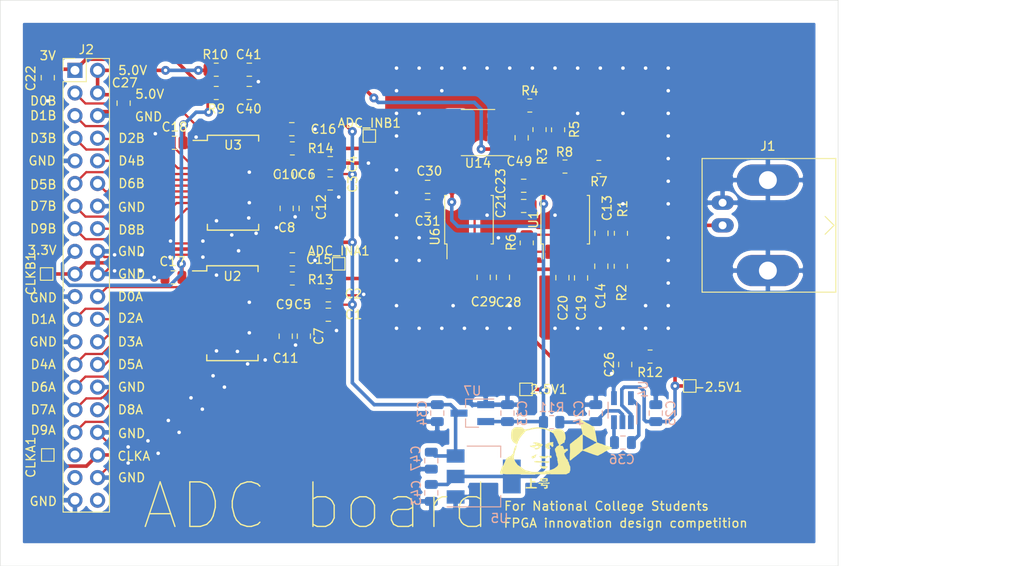
<source format=kicad_pcb>
(kicad_pcb (version 20171130) (host pcbnew 5.1.10)
  (layers (0 F.Cu signal) (31 B.Cu signal) (34 B.Paste user) (35 F.Paste user) (36 B.SilkS user) (37 F.SilkS user) (38 B.Mask user) (39 F.Mask user) (44 Edge.Cuts user))
  (net 0 "")
  (net 1 GND)
  (net 2 "Net-(C1-Pad1)")
  (net 3 "Net-(C2-Pad1)")
  (net 4 "Net-(C10-Pad1)")
  (net 5 "Net-(C10-Pad2)")
  (net 6 "Net-(C11-Pad1)")
  (net 7 "Net-(C12-Pad1)")
  (net 8 "Net-(C13-Pad2)")
  (net 9 "Net-(C13-Pad1)")
  (net 10 /A3.3)
  (net 11 /D3.3)
  (net 12 /A-2.5)
  (net 13 /A2.5)
  (net 14 /A5.0)
  (net 15 /CLKB)
  (net 16 /D9B)
  (net 17 /CLKA)
  (net 18 /D8B)
  (net 19 /D9A)
  (net 20 /D7B)
  (net 21 /D6B)
  (net 22 /D8A)
  (net 23 /D5B)
  (net 24 /D7A)
  (net 25 /D6A)
  (net 26 /D4B)
  (net 27 /D3B)
  (net 28 /D5A)
  (net 29 /D4A)
  (net 30 /D2B)
  (net 31 /D3A)
  (net 32 /D1B)
  (net 33 /D0B)
  (net 34 /D2A)
  (net 35 /D1A)
  (net 36 /D5.0)
  (net 37 /D0A)
  (net 38 /Vref)
  (net 39 "Net-(R3-Pad1)")
  (net 40 "Net-(R5-Pad1)")
  (net 41 "Net-(R6-Pad2)")
  (net 42 "Net-(R7-Pad2)")
  (net 43 "Net-(U2-Pad13)")
  (net 44 "Net-(U3-Pad13)")
  (net 45 "Net-(U14-Pad8)")
  (net 46 "Net-(U14-Pad7)")
  (net 47 "Net-(U14-Pad6)")
  (net 48 "Net-(U14-Pad4)")
  (net 49 /D-2.5)
  (net 50 /D2.5)
  (net 51 "Net-(J2-Pad40)")
  (net 52 "Net-(J2-Pad37)")
  (net 53 "Net-(J2-Pad35)")
  (net 54 "Net-(R8-Pad2)")
  (net 55 /ADC_IN1)
  (net 56 /ADC_IN2)
  (net 57 "Net-(ADC_INB1-Pad1)")
  (net 58 "Net-(ADC_INA1-Pad1)")
  (net 59 "Net-(C36-Pad2)")
  (net 60 "Net-(C36-Pad1)")
  (module xiongmaotou:xiongmaotou (layer F.Cu) (at 562.5084 269.0876)
    (fp_text reference G*** hide)
    (fp_text value LOGO hide)
  )
  (module Capacitor_SMD:C_0805_2012Metric (layer B.Cu) (at 567.182 264.795 90)
    (fp_text reference C24 (at 0 -1.905 90) (layer B.SilkS) (effects (justify mirror)))
    (fp_text value 10u)
    (pad 2 smd roundrect (at 0.95 0 90) (size 1 1.45) (layers B.Cu B.Paste B.Mask) (net 1 GND))
    (pad 1 smd roundrect (at -0.95 0 90) (size 1 1.45) (layers B.Cu B.Paste B.Mask) (net 50 /D2.5))
  )
  (module Capacitor_SMD:C_0805_2012Metric (layer B.Cu) (at 570.23 268.097 180)
    (fp_text reference C36 (at 0.127 -1.905 180) (layer B.SilkS) (effects (justify mirror)))
    (fp_text value 10u)
    (pad 2 smd roundrect (at 0.95 0 180) (size 1 1.45) (layers B.Cu B.Paste B.Mask) (net 59 "Net-(C36-Pad2)"))
    (pad 1 smd roundrect (at -0.95 0 180) (size 1 1.45) (layers B.Cu B.Paste B.Mask) (net 60 "Net-(C36-Pad1)"))
  )
  (module Package_SO:SSOP-28_5.3x10.2mm_P0.65mm (layer F.Cu) (at 526.4912 238.92764)
    (fp_text reference U3 (at 0 -4.23164) (layer F.SilkS))
    (fp_text value MS9280)
    (pad 28 smd rect (at 3.6 -4.225) (size 1.75 0.45) (layers F.Cu F.Paste F.Mask) (net 10 /A3.3))
    (pad 27 smd rect (at 3.6 -3.575) (size 1.75 0.45) (layers F.Cu F.Paste F.Mask) (net 56 /ADC_IN2))
    (pad 26 smd rect (at 3.6 -2.925) (size 1.75 0.45) (layers F.Cu F.Paste F.Mask) (net 7 "Net-(C12-Pad1)"))
    (pad 25 smd rect (at 3.6 -2.275) (size 1.75 0.45) (layers F.Cu F.Paste F.Mask) (net 1 GND))
    (pad 24 smd rect (at 3.6 -1.625) (size 1.75 0.45) (layers F.Cu F.Paste F.Mask) (net 5 "Net-(C10-Pad2)"))
    (pad 23 smd rect (at 3.6 -0.975) (size 1.75 0.45) (layers F.Cu F.Paste F.Mask) (net 10 /A3.3))
    (pad 22 smd rect (at 3.6 -0.325) (size 1.75 0.45) (layers F.Cu F.Paste F.Mask) (net 4 "Net-(C10-Pad1)"))
    (pad 21 smd rect (at 3.6 0.325) (size 1.75 0.45) (layers F.Cu F.Paste F.Mask) (net 7 "Net-(C12-Pad1)"))
    (pad 20 smd rect (at 3.6 0.975) (size 1.75 0.45) (layers F.Cu F.Paste F.Mask) (net 1 GND))
    (pad 19 smd rect (at 3.6 1.625) (size 1.75 0.45) (layers F.Cu F.Paste F.Mask) (net 1 GND))
    (pad 18 smd rect (at 3.6 2.275) (size 1.75 0.45) (layers F.Cu F.Paste F.Mask) (net 1 GND))
    (pad 17 smd rect (at 3.6 2.925) (size 1.75 0.45) (layers F.Cu F.Paste F.Mask) (net 1 GND))
    (pad 16 smd rect (at 3.6 3.575) (size 1.75 0.45) (layers F.Cu F.Paste F.Mask) (net 1 GND))
    (pad 15 smd rect (at 3.6 4.225) (size 1.75 0.45) (layers F.Cu F.Paste F.Mask) (net 15 /CLKB))
    (pad 14 smd rect (at -3.6 4.225) (size 1.75 0.45) (layers F.Cu F.Paste F.Mask) (net 1 GND))
    (pad 13 smd rect (at -3.6 3.575) (size 1.75 0.45) (layers F.Cu F.Paste F.Mask) (net 44 "Net-(U3-Pad13)"))
    (pad 12 smd rect (at -3.6 2.925) (size 1.75 0.45) (layers F.Cu F.Paste F.Mask) (net 16 /D9B))
    (pad 11 smd rect (at -3.6 2.275) (size 1.75 0.45) (layers F.Cu F.Paste F.Mask) (net 18 /D8B))
    (pad 10 smd rect (at -3.6 1.625) (size 1.75 0.45) (layers F.Cu F.Paste F.Mask) (net 20 /D7B))
    (pad 9 smd rect (at -3.6 0.975) (size 1.75 0.45) (layers F.Cu F.Paste F.Mask) (net 21 /D6B))
    (pad 8 smd rect (at -3.6 0.325) (size 1.75 0.45) (layers F.Cu F.Paste F.Mask) (net 23 /D5B))
    (pad 7 smd rect (at -3.6 -0.325) (size 1.75 0.45) (layers F.Cu F.Paste F.Mask) (net 26 /D4B))
    (pad 6 smd rect (at -3.6 -0.975) (size 1.75 0.45) (layers F.Cu F.Paste F.Mask) (net 27 /D3B))
    (pad 5 smd rect (at -3.6 -1.625) (size 1.75 0.45) (layers F.Cu F.Paste F.Mask) (net 30 /D2B))
    (pad 4 smd rect (at -3.6 -2.275) (size 1.75 0.45) (layers F.Cu F.Paste F.Mask) (net 32 /D1B))
    (pad 3 smd rect (at -3.6 -2.925) (size 1.75 0.45) (layers F.Cu F.Paste F.Mask) (net 33 /D0B))
    (pad 2 smd rect (at -3.6 -3.575) (size 1.75 0.45) (layers F.Cu F.Paste F.Mask) (net 11 /D3.3))
    (pad 1 smd rect (at -3.6 -4.225) (size 1.75 0.45) (layers F.Cu F.Paste F.Mask) (net 1 GND))
  )
  (module TestPoint:TestPoint_Pad_1.0x1.0mm (layer F.Cu) (at 577.723 261.747)
    (fp_text reference -2.5V1 (at 3.175 0.127) (layer F.SilkS))
    (fp_text value TestPoint)
    (pad 1 smd rect (at 0 0) (size 1 1) (layers F.Cu F.Mask) (net 49 /D-2.5))
  )
  (module TestPoint:TestPoint_Pad_1.0x1.0mm (layer F.Cu) (at 541.782 233.68)
    (fp_text reference ADC_INB1 (at 0 -1.448) (layer F.SilkS))
    (fp_text value TestPoint)
    (pad 1 smd rect (at 0 0) (size 1 1) (layers F.Cu F.Mask) (net 57 "Net-(ADC_INB1-Pad1)"))
  )
  (module TestPoint:TestPoint_Pad_1.0x1.0mm (layer F.Cu) (at 538.353 248.031)
    (fp_text reference ADC_INA1 (at 0 -1.448) (layer F.SilkS))
    (fp_text value TestPoint)
    (pad 1 smd rect (at 0 0) (size 1 1) (layers F.Cu F.Mask) (net 58 "Net-(ADC_INA1-Pad1)"))
  )
  (module TestPoint:TestPoint_Pad_1.0x1.0mm (layer F.Cu) (at 559.3588 262.128)
    (fp_text reference 2.5V1 (at 2.54 0) (layer F.SilkS))
    (fp_text value TestPoint)
    (pad 1 smd rect (at 0 0) (size 1 1) (layers F.Cu F.Mask) (net 13 /A2.5))
  )
  (module TestPoint:TestPoint_Pad_1.0x1.0mm (layer F.Cu) (at 505.587 249.174)
    (fp_text reference CLKB1 (at -1.778 0 90) (layer F.SilkS))
    (fp_text value TestPoint)
    (pad 1 smd rect (at 0 0) (size 1 1) (layers F.Cu F.Mask) (net 15 /CLKB))
  )
  (module TestPoint:TestPoint_Pad_1.0x1.0mm (layer F.Cu) (at 505.714 269.494)
    (fp_text reference CLKA1 (at -1.905 0.254 90) (layer F.SilkS))
    (fp_text value TestPoint)
    (pad 1 smd rect (at 0 0) (size 1 1) (layers F.Cu F.Mask) (net 17 /CLKA))
  )
  (module Capacitor_SMD:C_0805_2012Metric (layer B.Cu) (at 548.73144 270.129 270)
    (fp_text reference C47 (at -0.254 1.74244 270) (layer B.SilkS) (effects (justify mirror)))
    (fp_text value 1u)
    (pad 2 smd roundrect (at 0.95 0 270) (size 1 1.45) (layers B.Cu B.Paste B.Mask) (net 1 GND))
    (pad 1 smd roundrect (at -0.95 0 270) (size 1 1.45) (layers B.Cu B.Paste B.Mask) (net 10 /A3.3))
  )
  (module Package_TO_SOT_SMD:SOT-223-3_TabPin2 (layer B.Cu) (at 554.609 271.907)
    (fp_text reference U5 (at 1.778 4.699) (layer B.SilkS) (effects (justify mirror)))
    (fp_text value BL1117-25)
    (pad 1 smd rect (at -3.15 2.3) (size 2 1.5) (layers B.Cu B.Paste B.Mask) (net 1 GND))
    (pad 3 smd rect (at -3.15 -2.3) (size 2 1.5) (layers B.Cu B.Paste B.Mask) (net 10 /A3.3))
    (pad 2 smd rect (at -3.15 0) (size 2 1.5) (layers B.Cu B.Paste B.Mask) (net 13 /A2.5))
    (pad 2 smd rect (at 3.15 0) (size 2 3.8) (layers B.Cu B.Paste B.Mask) (net 13 /A2.5))
  )
  (module Capacitor_SMD:C_0805_2012Metric (layer B.Cu) (at 548.73144 273.751 270)
    (fp_text reference C43 (at 0 1.68 90) (layer B.SilkS) (effects (justify mirror)))
    (fp_text value 1u)
    (pad 2 smd roundrect (at 0.95 0 270) (size 1 1.45) (layers B.Cu B.Paste B.Mask) (net 1 GND))
    (pad 1 smd roundrect (at -0.95 0 270) (size 1 1.45) (layers B.Cu B.Paste B.Mask) (net 13 /A2.5))
  )
  (module Package_SO:SOP-8_3.76x4.96mm_P1.27mm (layer F.Cu) (at 553.974 233.299 180)
    (fp_text reference U14 (at 0 -3.43) (layer F.SilkS))
    (fp_text value MC1403)
    (pad 8 smd roundrect (at 2.5375 -1.905 180) (size 1.975 0.65) (layers F.Cu F.Paste F.Mask) (net 45 "Net-(U14-Pad8)"))
    (pad 7 smd roundrect (at 2.5375 -0.635 180) (size 1.975 0.65) (layers F.Cu F.Paste F.Mask) (net 46 "Net-(U14-Pad7)"))
    (pad 6 smd roundrect (at 2.5375 0.635 180) (size 1.975 0.65) (layers F.Cu F.Paste F.Mask) (net 47 "Net-(U14-Pad6)"))
    (pad 5 smd roundrect (at 2.5375 1.905 180) (size 1.975 0.65) (layers F.Cu F.Paste F.Mask))
    (pad 4 smd roundrect (at -2.5375 1.905 180) (size 1.975 0.65) (layers F.Cu F.Paste F.Mask) (net 48 "Net-(U14-Pad4)"))
    (pad 3 smd roundrect (at -2.5375 0.635 180) (size 1.975 0.65) (layers F.Cu F.Paste F.Mask) (net 1 GND))
    (pad 2 smd roundrect (at -2.5375 -0.635 180) (size 1.975 0.65) (layers F.Cu F.Paste F.Mask) (net 38 /Vref))
    (pad 1 smd roundrect (at -2.5375 -1.905 180) (size 1.975 0.65) (layers F.Cu F.Paste F.Mask) (net 14 /A5.0))
  )
  (module Capacitor_SMD:C_0805_2012Metric (layer F.Cu) (at 558.86604 233.88832 90)
    (fp_text reference C49 (at -2.64156 -0.254 180) (layer F.SilkS))
    (fp_text value 0.1u)
    (pad 2 smd roundrect (at 0.95 0 90) (size 1 1.45) (layers F.Cu F.Paste F.Mask) (net 1 GND))
    (pad 1 smd roundrect (at -0.95 0 90) (size 1 1.45) (layers F.Cu F.Paste F.Mask) (net 14 /A5.0))
  )
  (module Resistor_SMD:R_0805_2012Metric (layer F.Cu) (at 562.95544 232.98912 90)
    (fp_text reference R5 (at 0.04572 1.83388 90) (layer F.SilkS))
    (fp_text value 10k)
    (pad 2 smd roundrect (at 0.9125 0 90) (size 1.025 1.4) (layers F.Cu F.Paste F.Mask) (roundrect_rratio 0.2439004878048781) (net 39 "Net-(R3-Pad1)"))
    (pad 1 smd roundrect (at -0.9125 0 90) (size 1.025 1.4) (layers F.Cu F.Paste F.Mask) (roundrect_rratio 0.2439004878048781) (net 40 "Net-(R5-Pad1)"))
  )
  (module Resistor_SMD:R_0805_2012Metric (layer F.Cu) (at 560.87264 232.96562 270)
    (fp_text reference R3 (at 3.00038 -0.31496 90) (layer F.SilkS))
    (fp_text value 1.47k)
    (pad 2 smd roundrect (at 0.9125 0 270) (size 1.025 1.4) (layers F.Cu F.Paste F.Mask) (roundrect_rratio 0.2439004878048781) (net 38 /Vref))
    (pad 1 smd roundrect (at -0.9125 0 270) (size 1.025 1.4) (layers F.Cu F.Paste F.Mask) (roundrect_rratio 0.2439004878048781) (net 39 "Net-(R3-Pad1)"))
  )
  (module Resistor_SMD:R_0805_2012Metric (layer F.Cu) (at 559.78362 230.26116)
    (fp_text reference R4 (at 0 -1.65) (layer F.SilkS))
    (fp_text value 1k)
    (pad 2 smd roundrect (at 0.9125 0) (size 1.025 1.4) (layers F.Cu F.Paste F.Mask) (roundrect_rratio 0.2439004878048781) (net 39 "Net-(R3-Pad1)"))
    (pad 1 smd roundrect (at -0.9125 0) (size 1.025 1.4) (layers F.Cu F.Paste F.Mask) (roundrect_rratio 0.2439004878048781) (net 1 GND))
  )
  (module Package_SO:SSOP-28_5.3x10.2mm_P0.65mm (layer F.Cu) (at 526.42344 253.57836)
    (fp_text reference U2 (at 0 -4.15036) (layer F.SilkS))
    (fp_text value MS9280)
    (pad 28 smd rect (at 3.6 -4.225) (size 1.75 0.45) (layers F.Cu F.Paste F.Mask) (net 10 /A3.3))
    (pad 27 smd rect (at 3.6 -3.575) (size 1.75 0.45) (layers F.Cu F.Paste F.Mask) (net 55 /ADC_IN1))
    (pad 26 smd rect (at 3.6 -2.925) (size 1.75 0.45) (layers F.Cu F.Paste F.Mask) (net 6 "Net-(C11-Pad1)"))
    (pad 25 smd rect (at 3.6 -2.275) (size 1.75 0.45) (layers F.Cu F.Paste F.Mask) (net 1 GND))
    (pad 24 smd rect (at 3.6 -1.625) (size 1.75 0.45) (layers F.Cu F.Paste F.Mask) (net 3 "Net-(C2-Pad1)"))
    (pad 23 smd rect (at 3.6 -0.975) (size 1.75 0.45) (layers F.Cu F.Paste F.Mask) (net 10 /A3.3))
    (pad 22 smd rect (at 3.6 -0.325) (size 1.75 0.45) (layers F.Cu F.Paste F.Mask) (net 2 "Net-(C1-Pad1)"))
    (pad 21 smd rect (at 3.6 0.325) (size 1.75 0.45) (layers F.Cu F.Paste F.Mask) (net 6 "Net-(C11-Pad1)"))
    (pad 20 smd rect (at 3.6 0.975) (size 1.75 0.45) (layers F.Cu F.Paste F.Mask) (net 1 GND))
    (pad 19 smd rect (at 3.6 1.625) (size 1.75 0.45) (layers F.Cu F.Paste F.Mask) (net 1 GND))
    (pad 18 smd rect (at 3.6 2.275) (size 1.75 0.45) (layers F.Cu F.Paste F.Mask) (net 1 GND))
    (pad 17 smd rect (at 3.6 2.925) (size 1.75 0.45) (layers F.Cu F.Paste F.Mask) (net 1 GND))
    (pad 16 smd rect (at 3.6 3.575) (size 1.75 0.45) (layers F.Cu F.Paste F.Mask) (net 1 GND))
    (pad 15 smd rect (at 3.6 4.225) (size 1.75 0.45) (layers F.Cu F.Paste F.Mask) (net 17 /CLKA))
    (pad 14 smd rect (at -3.6 4.225) (size 1.75 0.45) (layers F.Cu F.Paste F.Mask) (net 1 GND))
    (pad 13 smd rect (at -3.6 3.575) (size 1.75 0.45) (layers F.Cu F.Paste F.Mask) (net 43 "Net-(U2-Pad13)"))
    (pad 12 smd rect (at -3.6 2.925) (size 1.75 0.45) (layers F.Cu F.Paste F.Mask) (net 19 /D9A))
    (pad 11 smd rect (at -3.6 2.275) (size 1.75 0.45) (layers F.Cu F.Paste F.Mask) (net 22 /D8A))
    (pad 10 smd rect (at -3.6 1.625) (size 1.75 0.45) (layers F.Cu F.Paste F.Mask) (net 24 /D7A))
    (pad 9 smd rect (at -3.6 0.975) (size 1.75 0.45) (layers F.Cu F.Paste F.Mask) (net 25 /D6A))
    (pad 8 smd rect (at -3.6 0.325) (size 1.75 0.45) (layers F.Cu F.Paste F.Mask) (net 28 /D5A))
    (pad 7 smd rect (at -3.6 -0.325) (size 1.75 0.45) (layers F.Cu F.Paste F.Mask) (net 29 /D4A))
    (pad 6 smd rect (at -3.6 -0.975) (size 1.75 0.45) (layers F.Cu F.Paste F.Mask) (net 31 /D3A))
    (pad 5 smd rect (at -3.6 -1.625) (size 1.75 0.45) (layers F.Cu F.Paste F.Mask) (net 34 /D2A))
    (pad 4 smd rect (at -3.6 -2.275) (size 1.75 0.45) (layers F.Cu F.Paste F.Mask) (net 35 /D1A))
    (pad 3 smd rect (at -3.6 -2.925) (size 1.75 0.45) (layers F.Cu F.Paste F.Mask) (net 37 /D0A))
    (pad 2 smd rect (at -3.6 -3.575) (size 1.75 0.45) (layers F.Cu F.Paste F.Mask) (net 11 /D3.3))
    (pad 1 smd rect (at -3.6 -4.225) (size 1.75 0.45) (layers F.Cu F.Paste F.Mask) (net 1 GND))
  )
  (module Resistor_SMD:R_0805_2012Metric (layer B.Cu) (at 562.229 265.811 180)
    (fp_text reference R11 (at 0 1.65) (layer B.SilkS) (effects (justify mirror)))
    (fp_text value 0)
    (pad 2 smd roundrect (at 0.9125 0 180) (size 1.025 1.4) (layers B.Cu B.Paste B.Mask) (roundrect_rratio 0.2439004878048781) (net 13 /A2.5))
    (pad 1 smd roundrect (at -0.9125 0 180) (size 1.025 1.4) (layers B.Cu B.Paste B.Mask) (roundrect_rratio 0.2439004878048781) (net 50 /D2.5))
  )
  (module Capacitor_SMD:C_0805_2012Metric (layer B.Cu) (at 549.402 264.795 270)
    (fp_text reference C34 (at 0 1.68 270) (layer B.SilkS) (effects (justify mirror)))
    (fp_text value 1u)
    (pad 2 smd roundrect (at 0.95 0 270) (size 1 1.45) (layers B.Cu B.Paste B.Mask) (net 1 GND))
    (pad 1 smd roundrect (at -0.95 0 270) (size 1 1.45) (layers B.Cu B.Paste B.Mask) (net 10 /A3.3))
  )
  (module Package_SO:SOIC-8_5.23x5.23mm_P1.27mm (layer F.Cu) (at 552.958 243.078 90)
    (fp_text reference U6 (at -1.905 -3.81 90) (layer F.SilkS))
    (fp_text value OPA2356xxD)
    (pad 8 smd roundrect (at 3.6 -1.905 90) (size 1.6 0.6) (layers F.Cu F.Paste F.Mask) (net 13 /A2.5))
    (pad 7 smd roundrect (at 3.6 -0.635 90) (size 1.6 0.6) (layers F.Cu F.Paste F.Mask) (net 57 "Net-(ADC_INB1-Pad1)"))
    (pad 6 smd roundrect (at 3.6 0.635 90) (size 1.6 0.6) (layers F.Cu F.Paste F.Mask) (net 57 "Net-(ADC_INB1-Pad1)"))
    (pad 5 smd roundrect (at 3.6 1.905 90) (size 1.6 0.6) (layers F.Cu F.Paste F.Mask) (net 54 "Net-(R8-Pad2)"))
    (pad 4 smd roundrect (at -3.6 1.905 90) (size 1.6 0.6) (layers F.Cu F.Paste F.Mask) (net 12 /A-2.5))
    (pad 3 smd roundrect (at -3.6 0.635 90) (size 1.6 0.6) (layers F.Cu F.Paste F.Mask) (net 54 "Net-(R8-Pad2)"))
    (pad 2 smd roundrect (at -3.6 -0.635 90) (size 1.6 0.6) (layers F.Cu F.Paste F.Mask) (net 58 "Net-(ADC_INA1-Pad1)"))
    (pad 1 smd roundrect (at -3.6 -1.905 90) (size 1.6 0.6) (layers F.Cu F.Paste F.Mask) (net 58 "Net-(ADC_INA1-Pad1)"))
  )
  (module Package_TO_SOT_SMD:SOT-23_Handsoldering (layer B.Cu) (at 553.339 264.795 180)
    (fp_text reference U7 (at 0 2.5) (layer B.SilkS) (effects (justify mirror)))
    (fp_text value ME6206A25)
    (pad 3 smd rect (at 1.5 0 180) (size 1.9 0.8) (layers B.Cu B.Paste B.Mask) (net 10 /A3.3))
    (pad 2 smd rect (at -1.5 -0.95 180) (size 1.9 0.8) (layers B.Cu B.Paste B.Mask) (net 13 /A2.5))
    (pad 1 smd rect (at -1.5 0.95 180) (size 1.9 0.8) (layers B.Cu B.Paste B.Mask) (net 1 GND))
  )
  (module Capacitor_SMD:C_0805_2012Metric (layer F.Cu) (at 548.32 239.395 180)
    (fp_text reference C30 (at -0.193 1.778) (layer F.SilkS))
    (fp_text value 1u)
    (pad 2 smd roundrect (at 0.95 0 180) (size 1 1.45) (layers F.Cu F.Paste F.Mask) (net 1 GND))
    (pad 1 smd roundrect (at -0.95 0 180) (size 1 1.45) (layers F.Cu F.Paste F.Mask) (net 13 /A2.5))
  )
  (module Capacitor_SMD:C_0805_2012Metric (layer F.Cu) (at 548.32 241.554 180)
    (fp_text reference C31 (at 0 -1.68) (layer F.SilkS))
    (fp_text value 0.1u)
    (pad 2 smd roundrect (at 0.95 0 180) (size 1 1.45) (layers F.Cu F.Paste F.Mask) (net 1 GND))
    (pad 1 smd roundrect (at -0.95 0 180) (size 1 1.45) (layers F.Cu F.Paste F.Mask) (net 13 /A2.5))
  )
  (module Capacitor_SMD:C_0805_2012Metric (layer B.Cu) (at 557.276 264.795 90)
    (fp_text reference C33 (at 0 1.68 270) (layer B.SilkS) (effects (justify mirror)))
    (fp_text value 1u)
    (pad 2 smd roundrect (at 0.95 0 90) (size 1 1.45) (layers B.Cu B.Paste B.Mask) (net 1 GND))
    (pad 1 smd roundrect (at -0.95 0 90) (size 1 1.45) (layers B.Cu B.Paste B.Mask) (net 13 /A2.5))
  )
  (module Capacitor_SMD:C_0805_2012Metric (layer F.Cu) (at 505.714 227.137 270)
    (fp_text reference C22 (at 0.066 1.905 270) (layer F.SilkS))
    (fp_text value 1u)
    (pad 2 smd roundrect (at 0.95 0 270) (size 1 1.45) (layers F.Cu F.Paste F.Mask) (net 1 GND))
    (pad 1 smd roundrect (at -0.95 0 270) (size 1 1.45) (layers F.Cu F.Paste F.Mask) (net 11 /D3.3))
  )
  (module Resistor_SMD:R_0805_2012Metric (layer F.Cu) (at 533.146 235.077)
    (fp_text reference R14 (at 3.175 0) (layer F.SilkS))
    (fp_text value 10)
    (pad 2 smd roundrect (at 0.9125 0) (size 1.025 1.4) (layers F.Cu F.Paste F.Mask) (roundrect_rratio 0.2439014634146341) (net 57 "Net-(ADC_INB1-Pad1)"))
    (pad 1 smd roundrect (at -0.9125 0) (size 1.025 1.4) (layers F.Cu F.Paste F.Mask) (roundrect_rratio 0.2439014634146341) (net 56 /ADC_IN2))
  )
  (module Resistor_SMD:R_0805_2012Metric (layer F.Cu) (at 533.146 249.682)
    (fp_text reference R13 (at 3.175 0.127) (layer F.SilkS))
    (fp_text value 10)
    (pad 2 smd roundrect (at 0.9125 0) (size 1.025 1.4) (layers F.Cu F.Paste F.Mask) (roundrect_rratio 0.2439014634146341) (net 58 "Net-(ADC_INA1-Pad1)"))
    (pad 1 smd roundrect (at -0.9125 0) (size 1.025 1.4) (layers F.Cu F.Paste F.Mask) (roundrect_rratio 0.2439014634146341) (net 55 /ADC_IN1))
  )
  (module Capacitor_SMD:C_0805_2012Metric (layer F.Cu) (at 556.768 249.555 270)
    (fp_text reference C28 (at 2.794 -0.635 180) (layer F.SilkS))
    (fp_text value 1u)
    (pad 2 smd roundrect (at 0.95 0 270) (size 1 1.45) (layers F.Cu F.Paste F.Mask) (net 1 GND))
    (pad 1 smd roundrect (at -0.95 0 270) (size 1 1.45) (layers F.Cu F.Paste F.Mask) (net 12 /A-2.5))
  )
  (module Capacitor_SMD:C_0805_2012Metric (layer F.Cu) (at 554.609 249.555 90)
    (fp_text reference C29 (at -2.733 0 180) (layer F.SilkS))
    (fp_text value 0.1u)
    (pad 2 smd roundrect (at 0.95 0 90) (size 1 1.45) (layers F.Cu F.Paste F.Mask) (net 12 /A-2.5))
    (pad 1 smd roundrect (at -0.95 0 90) (size 1 1.45) (layers F.Cu F.Paste F.Mask) (net 1 GND))
  )
  (module Capacitor_SMD:C_0805_2012Metric (layer F.Cu) (at 514.223 229.997 270)
    (fp_text reference C27 (at -2.286 -0.127 180) (layer F.SilkS))
    (fp_text value 1u)
    (pad 2 smd roundrect (at 0.95 0 270) (size 1 1.45) (layers F.Cu F.Paste F.Mask) (net 1 GND))
    (pad 1 smd roundrect (at -0.95 0 270) (size 1 1.45) (layers F.Cu F.Paste F.Mask) (net 36 /D5.0))
  )
  (module Capacitor_SMD:C_0805_2012Metric (layer F.Cu) (at 528.32 228.854)
    (fp_text reference C40 (at -0.066 1.778 180) (layer F.SilkS))
    (fp_text value 4.7u)
    (pad 2 smd roundrect (at 0.95 0) (size 1 1.45) (layers F.Cu F.Paste F.Mask) (net 1 GND))
    (pad 1 smd roundrect (at -0.95 0) (size 1 1.45) (layers F.Cu F.Paste F.Mask) (net 10 /A3.3))
  )
  (module Capacitor_SMD:C_0805_2012Metric (layer F.Cu) (at 567.817 244.602 270)
    (fp_text reference C13 (at -2.82956 -0.62484 90) (layer F.SilkS))
    (fp_text value 30p)
    (pad 2 smd roundrect (at 0.95 0 270) (size 1 1.45) (layers F.Cu F.Paste F.Mask) (net 8 "Net-(C13-Pad2)"))
    (pad 1 smd roundrect (at -0.95 0 270) (size 1 1.45) (layers F.Cu F.Paste F.Mask) (net 9 "Net-(C13-Pad1)"))
  )
  (module Resistor_SMD:R_0805_2012Metric (layer F.Cu) (at 570.0014 244.60708 270)
    (fp_text reference R1 (at -2.75844 -0.2032 90) (layer F.SilkS))
    (fp_text value 683k)
    (pad 2 smd roundrect (at 0.9125 0 270) (size 1.025 1.4) (layers F.Cu F.Paste F.Mask) (roundrect_rratio 0.2439004878048781) (net 8 "Net-(C13-Pad2)"))
    (pad 1 smd roundrect (at -0.9125 0 270) (size 1.025 1.4) (layers F.Cu F.Paste F.Mask) (roundrect_rratio 0.2439004878048781) (net 9 "Net-(C13-Pad1)"))
  )
  (module Resistor_SMD:R_0805_2012Metric (layer F.Cu) (at 569.98616 248.31036 270)
    (fp_text reference R2 (at 2.96676 -0.1016 90) (layer F.SilkS))
    (fp_text value 462k)
    (pad 2 smd roundrect (at 0.9125 0 270) (size 1.025 1.4) (layers F.Cu F.Paste F.Mask) (roundrect_rratio 0.2439004878048781) (net 1 GND))
    (pad 1 smd roundrect (at -0.9125 0 270) (size 1.025 1.4) (layers F.Cu F.Paste F.Mask) (roundrect_rratio 0.2439004878048781) (net 8 "Net-(C13-Pad2)"))
  )
  (module Capacitor_SMD:C_0805_2012Metric (layer F.Cu) (at 567.80176 248.30528 270)
    (fp_text reference C14 (at 3.3376 0.07112 90) (layer F.SilkS))
    (fp_text value 30p)
    (pad 2 smd roundrect (at 0.95 0 270) (size 1 1.45) (layers F.Cu F.Paste F.Mask) (net 1 GND))
    (pad 1 smd roundrect (at -0.95 0 270) (size 1 1.45) (layers F.Cu F.Paste F.Mask) (net 8 "Net-(C13-Pad2)"))
  )
  (module Package_SO:SOIC-8_5.23x5.23mm_P1.27mm (layer F.Cu) (at 563.753 243.078 90)
    (fp_text reference U1 (at 0 -3.56 90) (layer F.SilkS))
    (fp_text value OPA2356xxD)
    (pad 8 smd roundrect (at 3.6 -1.905 90) (size 1.6 0.6) (layers F.Cu F.Paste F.Mask) (net 13 /A2.5))
    (pad 7 smd roundrect (at 3.6 -0.635 90) (size 1.6 0.6) (layers F.Cu F.Paste F.Mask) (net 54 "Net-(R8-Pad2)"))
    (pad 6 smd roundrect (at 3.6 0.635 90) (size 1.6 0.6) (layers F.Cu F.Paste F.Mask) (net 42 "Net-(R7-Pad2)"))
    (pad 5 smd roundrect (at 3.6 1.905 90) (size 1.6 0.6) (layers F.Cu F.Paste F.Mask) (net 40 "Net-(R5-Pad1)"))
    (pad 4 smd roundrect (at -3.6 1.905 90) (size 1.6 0.6) (layers F.Cu F.Paste F.Mask) (net 12 /A-2.5))
    (pad 3 smd roundrect (at -3.6 0.635 90) (size 1.6 0.6) (layers F.Cu F.Paste F.Mask) (net 8 "Net-(C13-Pad2)"))
    (pad 2 smd roundrect (at -3.6 -0.635 90) (size 1.6 0.6) (layers F.Cu F.Paste F.Mask) (net 41 "Net-(R6-Pad2)"))
    (pad 1 smd roundrect (at -3.6 -1.905 90) (size 1.6 0.6) (layers F.Cu F.Paste F.Mask) (net 41 "Net-(R6-Pad2)"))
  )
  (module Connector_PinHeader_2.54mm:PinHeader_2x20_P2.54mm_Vertical (layer F.Cu) (at 508.762 226.314)
    (fp_text reference J2 (at 1.27 -2.33) (layer F.SilkS))
    (fp_text value Conn_02x20_Odd_Even)
    (pad 40 thru_hole oval (at 2.54 48.26) (size 1.7 1.7) (drill 1) (layers *.Cu *.Mask) (net 51 "Net-(J2-Pad40)"))
    (pad 39 thru_hole oval (at 0 48.26) (size 1.7 1.7) (drill 1) (layers *.Cu *.Mask) (net 1 GND))
    (pad 38 thru_hole oval (at 2.54 45.72) (size 1.7 1.7) (drill 1) (layers *.Cu *.Mask) (net 1 GND))
    (pad 37 thru_hole oval (at 0 45.72) (size 1.7 1.7) (drill 1) (layers *.Cu *.Mask) (net 52 "Net-(J2-Pad37)"))
    (pad 36 thru_hole oval (at 2.54 43.18) (size 1.7 1.7) (drill 1) (layers *.Cu *.Mask) (net 17 /CLKA))
    (pad 35 thru_hole oval (at 0 43.18) (size 1.7 1.7) (drill 1) (layers *.Cu *.Mask) (net 53 "Net-(J2-Pad35)"))
    (pad 34 thru_hole oval (at 2.54 40.64) (size 1.7 1.7) (drill 1) (layers *.Cu *.Mask) (net 1 GND))
    (pad 33 thru_hole oval (at 0 40.64) (size 1.7 1.7) (drill 1) (layers *.Cu *.Mask) (net 19 /D9A))
    (pad 32 thru_hole oval (at 2.54 38.1) (size 1.7 1.7) (drill 1) (layers *.Cu *.Mask) (net 22 /D8A))
    (pad 31 thru_hole oval (at 0 38.1) (size 1.7 1.7) (drill 1) (layers *.Cu *.Mask) (net 24 /D7A))
    (pad 30 thru_hole oval (at 2.54 35.56) (size 1.7 1.7) (drill 1) (layers *.Cu *.Mask) (net 1 GND))
    (pad 29 thru_hole oval (at 0 35.56) (size 1.7 1.7) (drill 1) (layers *.Cu *.Mask) (net 25 /D6A))
    (pad 28 thru_hole oval (at 2.54 33.02) (size 1.7 1.7) (drill 1) (layers *.Cu *.Mask) (net 28 /D5A))
    (pad 27 thru_hole oval (at 0 33.02) (size 1.7 1.7) (drill 1) (layers *.Cu *.Mask) (net 29 /D4A))
    (pad 26 thru_hole oval (at 2.54 30.48) (size 1.7 1.7) (drill 1) (layers *.Cu *.Mask) (net 31 /D3A))
    (pad 25 thru_hole oval (at 0 30.48) (size 1.7 1.7) (drill 1) (layers *.Cu *.Mask) (net 1 GND))
    (pad 24 thru_hole oval (at 2.54 27.94) (size 1.7 1.7) (drill 1) (layers *.Cu *.Mask) (net 34 /D2A))
    (pad 23 thru_hole oval (at 0 27.94) (size 1.7 1.7) (drill 1) (layers *.Cu *.Mask) (net 35 /D1A))
    (pad 22 thru_hole oval (at 2.54 25.4) (size 1.7 1.7) (drill 1) (layers *.Cu *.Mask) (net 37 /D0A))
    (pad 21 thru_hole oval (at 0 25.4) (size 1.7 1.7) (drill 1) (layers *.Cu *.Mask) (net 1 GND))
    (pad 20 thru_hole oval (at 2.54 22.86) (size 1.7 1.7) (drill 1) (layers *.Cu *.Mask) (net 1 GND))
    (pad 19 thru_hole oval (at 0 22.86) (size 1.7 1.7) (drill 1) (layers *.Cu *.Mask) (net 15 /CLKB))
    (pad 18 thru_hole oval (at 2.54 20.32) (size 1.7 1.7) (drill 1) (layers *.Cu *.Mask) (net 1 GND))
    (pad 17 thru_hole oval (at 0 20.32) (size 1.7 1.7) (drill 1) (layers *.Cu *.Mask) (net 11 /D3.3))
    (pad 16 thru_hole oval (at 2.54 17.78) (size 1.7 1.7) (drill 1) (layers *.Cu *.Mask) (net 18 /D8B))
    (pad 15 thru_hole oval (at 0 17.78) (size 1.7 1.7) (drill 1) (layers *.Cu *.Mask) (net 16 /D9B))
    (pad 14 thru_hole oval (at 2.54 15.24) (size 1.7 1.7) (drill 1) (layers *.Cu *.Mask) (net 1 GND))
    (pad 13 thru_hole oval (at 0 15.24) (size 1.7 1.7) (drill 1) (layers *.Cu *.Mask) (net 20 /D7B))
    (pad 12 thru_hole oval (at 2.54 12.7) (size 1.7 1.7) (drill 1) (layers *.Cu *.Mask) (net 21 /D6B))
    (pad 11 thru_hole oval (at 0 12.7) (size 1.7 1.7) (drill 1) (layers *.Cu *.Mask) (net 23 /D5B))
    (pad 10 thru_hole oval (at 2.54 10.16) (size 1.7 1.7) (drill 1) (layers *.Cu *.Mask) (net 26 /D4B))
    (pad 9 thru_hole oval (at 0 10.16) (size 1.7 1.7) (drill 1) (layers *.Cu *.Mask) (net 1 GND))
    (pad 8 thru_hole oval (at 2.54 7.62) (size 1.7 1.7) (drill 1) (layers *.Cu *.Mask) (net 30 /D2B))
    (pad 7 thru_hole oval (at 0 7.62) (size 1.7 1.7) (drill 1) (layers *.Cu *.Mask) (net 27 /D3B))
    (pad 6 thru_hole oval (at 2.54 5.08) (size 1.7 1.7) (drill 1) (layers *.Cu *.Mask) (net 1 GND))
    (pad 5 thru_hole oval (at 0 5.08) (size 1.7 1.7) (drill 1) (layers *.Cu *.Mask) (net 32 /D1B))
    (pad 4 thru_hole oval (at 2.54 2.54) (size 1.7 1.7) (drill 1) (layers *.Cu *.Mask) (net 36 /D5.0))
    (pad 3 thru_hole oval (at 0 2.54) (size 1.7 1.7) (drill 1) (layers *.Cu *.Mask) (net 33 /D0B))
    (pad 2 thru_hole oval (at 2.54 0) (size 1.7 1.7) (drill 1) (layers *.Cu *.Mask) (net 36 /D5.0))
    (pad 1 thru_hole rect (at 0 0) (size 1.7 1.7) (drill 1) (layers *.Cu *.Mask) (net 11 /D3.3))
  )
  (module Resistor_SMD:R_0805_2012Metric (layer F.Cu) (at 573.278 258.445)
    (fp_text reference R12 (at 0 1.778) (layer F.SilkS))
    (fp_text value 0)
    (pad 2 smd roundrect (at 0.9125 0) (size 1.025 1.4) (layers F.Cu F.Paste F.Mask) (roundrect_rratio 0.2439004878048781) (net 49 /D-2.5))
    (pad 1 smd roundrect (at -0.9125 0) (size 1.025 1.4) (layers F.Cu F.Paste F.Mask) (roundrect_rratio 0.2439004878048781) (net 12 /A-2.5))
  )
  (module Capacitor_SMD:C_0805_2012Metric (layer F.Cu) (at 570.484 259.334 270)
    (fp_text reference C26 (at 0 1.778 90) (layer F.SilkS))
    (fp_text value 4.7u)
    (pad 2 smd roundrect (at 0.95 0 270) (size 1 1.45) (layers F.Cu F.Paste F.Mask) (net 1 GND))
    (pad 1 smd roundrect (at -0.95 0 270) (size 1 1.45) (layers F.Cu F.Paste F.Mask) (net 12 /A-2.5))
  )
  (module Package_TO_SOT_SMD:SOT-23-5_HandSoldering (layer B.Cu) (at 570.172 264.464 90)
    (fp_text reference U4 (at 2.336 2.344 90) (layer B.SilkS) (effects (justify mirror)))
    (fp_text value sgm3207)
    (pad 5 smd rect (at 1.35 0.95 90) (size 1.56 0.65) (layers B.Cu B.Paste B.Mask) (net 60 "Net-(C36-Pad1)"))
    (pad 4 smd rect (at 1.35 -0.95 90) (size 1.56 0.65) (layers B.Cu B.Paste B.Mask) (net 1 GND))
    (pad 3 smd rect (at -1.35 -0.95 90) (size 1.56 0.65) (layers B.Cu B.Paste B.Mask) (net 59 "Net-(C36-Pad2)"))
    (pad 2 smd rect (at -1.35 0 90) (size 1.56 0.65) (layers B.Cu B.Paste B.Mask) (net 50 /D2.5))
    (pad 1 smd rect (at -1.35 0.95 90) (size 1.56 0.65) (layers B.Cu B.Paste B.Mask) (net 49 /D-2.5))
  )
  (module Capacitor_SMD:C_0805_2012Metric (layer B.Cu) (at 573.913 264.795 90)
    (fp_text reference C25 (at 0 1.68 90) (layer B.SilkS) (effects (justify mirror)))
    (fp_text value 10u)
    (pad 2 smd roundrect (at 0.95 0 90) (size 1 1.45) (layers B.Cu B.Paste B.Mask) (net 1 GND))
    (pad 1 smd roundrect (at -0.95 0 90) (size 1 1.45) (layers B.Cu B.Paste B.Mask) (net 49 /D-2.5))
  )
  (module Capacitor_SMD:C_0805_2012Metric (layer F.Cu) (at 519.938 234.442)
    (fp_text reference C18 (at 0 -1.778) (layer F.SilkS))
    (fp_text value 0.1u)
    (pad 2 smd roundrect (at 0.95 0) (size 1 1.45) (layers F.Cu F.Paste F.Mask) (net 11 /D3.3))
    (pad 1 smd roundrect (at -0.95 0) (size 1 1.45) (layers F.Cu F.Paste F.Mask) (net 1 GND))
  )
  (module Resistor_SMD:R_0805_2012Metric (layer F.Cu) (at 524.6135 226.24288 180)
    (fp_text reference R10 (at 0.1035 1.70688) (layer F.SilkS))
    (fp_text value 0)
    (pad 2 smd roundrect (at 0.9125 0 180) (size 1.025 1.4) (layers F.Cu F.Paste F.Mask) (roundrect_rratio 0.2439004878048781) (net 36 /D5.0))
    (pad 1 smd roundrect (at -0.9125 0 180) (size 1.025 1.4) (layers F.Cu F.Paste F.Mask) (roundrect_rratio 0.2439004878048781) (net 14 /A5.0))
  )
  (module Resistor_SMD:R_0805_2012Metric (layer F.Cu) (at 524.6135 228.854 180)
    (fp_text reference R9 (at 0 -1.778) (layer F.SilkS))
    (fp_text value 0)
    (pad 2 smd roundrect (at 0.9125 0 180) (size 1.025 1.4) (layers F.Cu F.Paste F.Mask) (roundrect_rratio 0.2439004878048781) (net 11 /D3.3))
    (pad 1 smd roundrect (at -0.9125 0 180) (size 1.025 1.4) (layers F.Cu F.Paste F.Mask) (roundrect_rratio 0.2439004878048781) (net 10 /A3.3))
  )
  (module Resistor_SMD:R_0805_2012Metric (layer F.Cu) (at 563.7276 237.11408 180)
    (fp_text reference R8 (at 0.05588 1.6256) (layer F.SilkS))
    (fp_text value 10k)
    (pad 2 smd roundrect (at 0.9125 0 180) (size 1.025 1.4) (layers F.Cu F.Paste F.Mask) (roundrect_rratio 0.2439004878048781) (net 54 "Net-(R8-Pad2)"))
    (pad 1 smd roundrect (at -0.9125 0 180) (size 1.025 1.4) (layers F.Cu F.Paste F.Mask) (roundrect_rratio 0.2439004878048781) (net 42 "Net-(R7-Pad2)"))
  )
  (module Resistor_SMD:R_0805_2012Metric (layer F.Cu) (at 567.52744 237.15472 180)
    (fp_text reference R7 (at 0 -1.65) (layer F.SilkS))
    (fp_text value 10k)
    (pad 2 smd roundrect (at 0.9125 0 180) (size 1.025 1.4) (layers F.Cu F.Paste F.Mask) (roundrect_rratio 0.2439004878048781) (net 42 "Net-(R7-Pad2)"))
    (pad 1 smd roundrect (at -0.9125 0 180) (size 1.025 1.4) (layers F.Cu F.Paste F.Mask) (roundrect_rratio 0.2439004878048781) (net 1 GND))
  )
  (module Resistor_SMD:R_0805_2012Metric (layer F.Cu) (at 559.44008 245.68404 270)
    (fp_text reference R6 (at -0.07112 1.75768 90) (layer F.SilkS))
    (fp_text value 10k)
    (pad 2 smd roundrect (at 0.9125 0 270) (size 1.025 1.4) (layers F.Cu F.Paste F.Mask) (roundrect_rratio 0.2439004878048781) (net 41 "Net-(R6-Pad2)"))
    (pad 1 smd roundrect (at -0.9125 0 270) (size 1.025 1.4) (layers F.Cu F.Paste F.Mask) (roundrect_rratio 0.2439004878048781) (net 40 "Net-(R5-Pad1)"))
  )
  (module Connector_Coaxial:BNC_Amphenol_B6252HB-NPP3G-50_Horizontal (layer F.Cu) (at 581.406 243.713 270)
    (fp_text reference J1 (at -8.89 -5.08 180) (layer F.SilkS))
    (fp_text value Conn_Coaxial)
    (pad 2 thru_hole oval (at -2.54 0 270) (size 1.6 2.5) (drill 0.89) (layers *.Cu *.Mask) (net 1 GND))
    (pad 1 thru_hole oval (at 0 0 270) (size 1.6 2.5) (drill 0.89) (layers *.Cu *.Mask) (net 9 "Net-(C13-Pad1)"))
    (pad 2 thru_hole oval (at 5.08 -5.08 270) (size 3.5 7) (drill 2.01) (layers *.Cu *.Mask) (net 1 GND))
    (pad 2 thru_hole oval (at -5.08 -5.08 270) (size 3.5 7) (drill 2.01) (layers *.Cu *.Mask) (net 1 GND))
  )
  (module Capacitor_SMD:C_0805_2012Metric (layer F.Cu) (at 528.32 226.24288)
    (fp_text reference C41 (at -0.066 -1.70688) (layer F.SilkS))
    (fp_text value 4.7u)
    (pad 2 smd roundrect (at 0.95 0) (size 1 1.45) (layers F.Cu F.Paste F.Mask) (net 1 GND))
    (pad 1 smd roundrect (at -0.95 0) (size 1 1.45) (layers F.Cu F.Paste F.Mask) (net 14 /A5.0))
  )
  (module Capacitor_SMD:C_0805_2012Metric (layer F.Cu) (at 559.09464 239.268 180)
    (fp_text reference C23 (at 2.58064 0.508 90) (layer F.SilkS))
    (fp_text value 0.1u)
    (pad 2 smd roundrect (at 0.95 0 180) (size 1 1.45) (layers F.Cu F.Paste F.Mask) (net 1 GND))
    (pad 1 smd roundrect (at -0.95 0 180) (size 1 1.45) (layers F.Cu F.Paste F.Mask) (net 13 /A2.5))
  )
  (module Capacitor_SMD:C_0805_2012Metric (layer F.Cu) (at 559.09464 241.53876 180)
    (fp_text reference C21 (at 2.57048 0.05588 90) (layer F.SilkS))
    (fp_text value 1u)
    (pad 2 smd roundrect (at 0.95 0 180) (size 1 1.45) (layers F.Cu F.Paste F.Mask) (net 1 GND))
    (pad 1 smd roundrect (at -0.95 0 180) (size 1 1.45) (layers F.Cu F.Paste F.Mask) (net 13 /A2.5))
  )
  (module Capacitor_SMD:C_0805_2012Metric (layer F.Cu) (at 563.43804 249.59056 270)
    (fp_text reference C20 (at 3.39344 -0.06096 90) (layer F.SilkS))
    (fp_text value 1u)
    (pad 2 smd roundrect (at 0.95 0 270) (size 1 1.45) (layers F.Cu F.Paste F.Mask) (net 1 GND))
    (pad 1 smd roundrect (at -0.95 0 270) (size 1 1.45) (layers F.Cu F.Paste F.Mask) (net 12 /A-2.5))
  )
  (module Capacitor_SMD:C_0805_2012Metric (layer F.Cu) (at 565.531 249.616 270)
    (fp_text reference C19 (at 3.368 0 90) (layer F.SilkS))
    (fp_text value 0.1u)
    (pad 2 smd roundrect (at 0.95 0 270) (size 1 1.45) (layers F.Cu F.Paste F.Mask) (net 1 GND))
    (pad 1 smd roundrect (at -0.95 0 270) (size 1 1.45) (layers F.Cu F.Paste F.Mask) (net 12 /A-2.5))
  )
  (module Capacitor_SMD:C_0805_2012Metric (layer F.Cu) (at 519.811 249.555)
    (fp_text reference C17 (at -0.127 -1.778) (layer F.SilkS))
    (fp_text value 0.1u)
    (pad 2 smd roundrect (at 0.95 0) (size 1 1.45) (layers F.Cu F.Paste F.Mask) (net 11 /D3.3))
    (pad 1 smd roundrect (at -0.95 0) (size 1 1.45) (layers F.Cu F.Paste F.Mask) (net 1 GND))
  )
  (module Capacitor_SMD:C_0805_2012Metric (layer F.Cu) (at 533.085 232.918)
    (fp_text reference C16 (at 3.556 0) (layer F.SilkS))
    (fp_text value 0.1u)
    (pad 2 smd roundrect (at 0.95 0) (size 1 1.45) (layers F.Cu F.Paste F.Mask) (net 1 GND))
    (pad 1 smd roundrect (at -0.95 0) (size 1 1.45) (layers F.Cu F.Paste F.Mask) (net 10 /A3.3))
  )
  (module Capacitor_SMD:C_0805_2012Metric (layer F.Cu) (at 533.146 247.523)
    (fp_text reference C15 (at 2.982 0) (layer F.SilkS))
    (fp_text value 0.1u)
    (pad 2 smd roundrect (at 0.95 0) (size 1 1.45) (layers F.Cu F.Paste F.Mask) (net 1 GND))
    (pad 1 smd roundrect (at -0.95 0) (size 1 1.45) (layers F.Cu F.Paste F.Mask) (net 10 /A3.3))
  )
  (module Capacitor_SMD:C_0805_2012Metric (layer F.Cu) (at 534.63952 241.808 270)
    (fp_text reference C12 (at -0.14732 -1.7526 270) (layer F.SilkS))
    (fp_text value 0.1u)
    (pad 2 smd roundrect (at 0.95 0 270) (size 1 1.45) (layers F.Cu F.Paste F.Mask) (net 1 GND))
    (pad 1 smd roundrect (at -0.95 0 270) (size 1 1.45) (layers F.Cu F.Paste F.Mask) (net 7 "Net-(C12-Pad1)"))
  )
  (module Capacitor_SMD:C_0805_2012Metric (layer F.Cu) (at 532.40432 256.15896 270)
    (fp_text reference C11 (at 2.46384 0.01524 180) (layer F.SilkS))
    (fp_text value 0.1u)
    (pad 2 smd roundrect (at 0.95 0 270) (size 1 1.45) (layers F.Cu F.Paste F.Mask) (net 1 GND))
    (pad 1 smd roundrect (at -0.95 0 270) (size 1 1.45) (layers F.Cu F.Paste F.Mask) (net 6 "Net-(C11-Pad1)"))
  )
  (module Capacitor_SMD:C_0805_2012Metric (layer F.Cu) (at 532.511 238.03868 90)
    (fp_text reference C10 (at 0.04068 -0.127 180) (layer F.SilkS))
    (fp_text value 0.1u)
    (pad 2 smd roundrect (at 0.95 0 90) (size 1 1.45) (layers F.Cu F.Paste F.Mask) (net 5 "Net-(C10-Pad2)"))
    (pad 1 smd roundrect (at -0.95 0 90) (size 1 1.45) (layers F.Cu F.Paste F.Mask) (net 4 "Net-(C10-Pad1)"))
  )
  (module Capacitor_SMD:C_0805_2012Metric (layer F.Cu) (at 532.257 252.59284 90)
    (fp_text reference C9 (at -0.01016 0 180) (layer F.SilkS))
    (fp_text value 0.1u)
    (pad 2 smd roundrect (at 0.95 0 90) (size 1 1.45) (layers F.Cu F.Paste F.Mask) (net 3 "Net-(C2-Pad1)"))
    (pad 1 smd roundrect (at -0.95 0 90) (size 1 1.45) (layers F.Cu F.Paste F.Mask) (net 2 "Net-(C1-Pad1)"))
  )
  (module Capacitor_SMD:C_0805_2012Metric (layer F.Cu) (at 532.511 241.808 270)
    (fp_text reference C8 (at 2.159 0) (layer F.SilkS))
    (fp_text value 1u)
    (pad 2 smd roundrect (at 0.95 0 270) (size 1 1.45) (layers F.Cu F.Paste F.Mask) (net 1 GND))
    (pad 1 smd roundrect (at -0.95 0 270) (size 1 1.45) (layers F.Cu F.Paste F.Mask) (net 7 "Net-(C12-Pad1)"))
  )
  (module Capacitor_SMD:C_0805_2012Metric (layer F.Cu) (at 534.43632 256.15896 270)
    (fp_text reference C7 (at 0 -1.68 270) (layer F.SilkS))
    (fp_text value 1u)
    (pad 2 smd roundrect (at 0.95 0 270) (size 1 1.45) (layers F.Cu F.Paste F.Mask) (net 1 GND))
    (pad 1 smd roundrect (at -0.95 0 270) (size 1 1.45) (layers F.Cu F.Paste F.Mask) (net 6 "Net-(C11-Pad1)"))
  )
  (module Capacitor_SMD:C_0805_2012Metric (layer F.Cu) (at 534.6192 238.03868 90)
    (fp_text reference C6 (at 0.04068 0.1778 180) (layer F.SilkS))
    (fp_text value 10u)
    (pad 2 smd roundrect (at 0.95 0 90) (size 1 1.45) (layers F.Cu F.Paste F.Mask) (net 5 "Net-(C10-Pad2)"))
    (pad 1 smd roundrect (at -0.95 0 90) (size 1 1.45) (layers F.Cu F.Paste F.Mask) (net 4 "Net-(C10-Pad1)"))
  )
  (module Capacitor_SMD:C_0805_2012Metric (layer F.Cu) (at 534.29916 252.59284 90)
    (fp_text reference C5 (at -0.01016 0.01016 180) (layer F.SilkS))
    (fp_text value 10u)
    (pad 2 smd roundrect (at 0.95 0 90) (size 1 1.45) (layers F.Cu F.Paste F.Mask) (net 3 "Net-(C2-Pad1)"))
    (pad 1 smd roundrect (at -0.95 0 90) (size 1 1.45) (layers F.Cu F.Paste F.Mask) (net 2 "Net-(C1-Pad1)"))
  )
  (module Capacitor_SMD:C_0805_2012Metric (layer F.Cu) (at 537.39288 236.728)
    (fp_text reference C4 (at 2.50952 0.09652 90) (layer F.SilkS))
    (fp_text value 0.1u)
    (pad 2 smd roundrect (at 0.95 0) (size 1 1.45) (layers F.Cu F.Paste F.Mask) (net 1 GND))
    (pad 1 smd roundrect (at -0.95 0) (size 1 1.45) (layers F.Cu F.Paste F.Mask) (net 5 "Net-(C10-Pad2)"))
  )
  (module Capacitor_SMD:C_0805_2012Metric (layer F.Cu) (at 537.39288 239.014)
    (fp_text reference C3 (at 2.52476 0.07112 90) (layer F.SilkS))
    (fp_text value 0.1u)
    (pad 2 smd roundrect (at 0.95 0) (size 1 1.45) (layers F.Cu F.Paste F.Mask) (net 1 GND))
    (pad 1 smd roundrect (at -0.95 0) (size 1 1.45) (layers F.Cu F.Paste F.Mask) (net 4 "Net-(C10-Pad1)"))
  )
  (module Capacitor_SMD:C_0805_2012Metric (layer F.Cu) (at 537.18456 251.57176)
    (fp_text reference C2 (at 2.81436 -0.15748) (layer F.SilkS))
    (fp_text value 0.1u)
    (pad 2 smd roundrect (at 0.95 0) (size 1 1.45) (layers F.Cu F.Paste F.Mask) (net 1 GND))
    (pad 1 smd roundrect (at -0.95 0) (size 1 1.45) (layers F.Cu F.Paste F.Mask) (net 3 "Net-(C2-Pad1)"))
  )
  (module Capacitor_SMD:C_0805_2012Metric (layer F.Cu) (at 537.18456 253.746)
    (fp_text reference C1 (at 2.83464 -0.01016) (layer F.SilkS))
    (fp_text value 0.1u)
    (pad 2 smd roundrect (at 0.95 0) (size 1 1.45) (layers F.Cu F.Paste F.Mask) (net 1 GND))
    (pad 1 smd roundrect (at -0.95 0) (size 1 1.45) (layers F.Cu F.Paste F.Mask) (net 2 "Net-(C1-Pad1)"))
  )
  (gr_line (start 500.38 281.94) (end 500.38 218.44) (layer Edge.Cuts) (width 0.05))
  (gr_line (start 594.36 281.94) (end 500.38 281.94) (layer Edge.Cuts) (width 0.05))
  (gr_line (start 594.36 218.44) (end 594.36 281.94) (layer Edge.Cuts) (width 0.05))
  (gr_line (start 500.38 218.44) (end 594.36 218.44) (layer Edge.Cuts) (width 0.05))
  (gr_text "FPGA innovation design competition" (at 570.5348 277.1394) (layer F.SilkS) (effects (font (size 1 1))))
  (gr_text "For National College Students" (at 568.3758 275.2344) (layer F.SilkS) (effects (font (size 1 1))))
  (gr_text "GND\n" (at 505.206 274.701) (layer F.SilkS) (effects (font (size 1 1))))
  (gr_text D9A (at 505.206 266.7) (layer F.SilkS) (effects (font (size 1 1))))
  (gr_text D7A (at 505.206 264.414) (layer F.SilkS) (effects (font (size 1 1))))
  (gr_text D6A (at 505.206 261.874) (layer F.SilkS) (effects (font (size 1 1))))
  (gr_text D4A (at 505.206 259.334) (layer F.SilkS) (effects (font (size 1 1))))
  (gr_text GND (at 505.206 256.794) (layer F.SilkS) (effects (font (size 1 1))))
  (gr_text D1A (at 505.206 254.254) (layer F.SilkS) (effects (font (size 1 1))))
  (gr_text GND (at 505.206 251.841) (layer F.SilkS) (effects (font (size 1 1))))
  (gr_text 3.3V (at 505.079 246.507) (layer F.SilkS) (effects (font (size 1 1))))
  (gr_text D9B (at 505.206 244.094) (layer F.SilkS) (effects (font (size 1 1))))
  (gr_text D7B (at 505.206 241.554) (layer F.SilkS) (effects (font (size 1 1))))
  (gr_text D5B (at 505.206 239.141) (layer F.SilkS) (effects (font (size 1 1))))
  (gr_text GND (at 505.079 236.474) (layer F.SilkS) (effects (font (size 1 1))))
  (gr_text D3B (at 505.206 233.934) (layer F.SilkS) (effects (font (size 1 1))))
  (gr_text D1B (at 505.206 231.394) (layer F.SilkS) (effects (font (size 1 1))))
  (gr_text D0B (at 505.206 229.743) (layer F.SilkS) (effects (font (size 1 1))))
  (gr_text 3V (at 505.714 224.663) (layer F.SilkS) (effects (font (size 1 1))))
  (gr_text GND (at 515.112 272.034) (layer F.SilkS) (effects (font (size 1 1))))
  (gr_text CLKA (at 515.366 269.621) (layer F.SilkS) (effects (font (size 1 1))))
  (gr_text GND (at 515.112 267.081) (layer F.SilkS) (effects (font (size 1 1))))
  (gr_text D8A (at 514.985 264.414) (layer F.SilkS) (effects (font (size 1 1))))
  (gr_text GND (at 515.112 261.874) (layer F.SilkS) (effects (font (size 1 1))))
  (gr_text D5A (at 514.985 259.334) (layer F.SilkS) (effects (font (size 1 1))))
  (gr_text D3A (at 514.985 256.794) (layer F.SilkS) (effects (font (size 1 1))))
  (gr_text D2A (at 514.985 254.127) (layer F.SilkS) (effects (font (size 1 1))))
  (gr_text "D0A\n" (at 514.985 251.714) (layer F.SilkS) (effects (font (size 1 1))))
  (gr_text "GND\n" (at 515.112 249.174) (layer F.SilkS) (effects (font (size 1 1))))
  (gr_text "GND\n" (at 515.112 246.634) (layer F.SilkS) (effects (font (size 1 1))))
  (gr_text D8B (at 515.112 244.221) (layer F.SilkS) (effects (font (size 1 1))))
  (gr_text "GND\n" (at 515.112 241.681) (layer F.SilkS) (effects (font (size 1 1))))
  (gr_text D6B (at 515.112 239.014) (layer F.SilkS) (effects (font (size 1 1))))
  (gr_text D4B (at 515.112 236.474) (layer F.SilkS) (effects (font (size 1 1))))
  (gr_text D2B (at 515.112 233.934) (layer F.SilkS) (effects (font (size 1 1))))
  (gr_text "5.0V\n" (at 517.144 228.981) (layer F.SilkS) (effects (font (size 1 1))))
  (gr_text "GND\n" (at 517.017 231.521) (layer F.SilkS) (effects (font (size 1 1))))
  (gr_text "5.0V\n" (at 515.239 226.314) (layer F.SilkS) (effects (font (size 1 1))))
  (gr_text "ADC board" (at 535.813 275.209) (layer F.SilkS) (effects (font (size 5 5))))
  (via (at 544.83 255.27) (size 1) (drill 0.4) (layers F.Cu B.Cu) (net 1))
  (segment (start 558.15988 241.554) (end 558.14464 241.53876) (width 0.254) (layer F.Cu) (net 1))
  (segment (start 522.8912 234.70264) (end 522.33228 234.70264) (width 0.254) (layer F.Cu) (net 1))
  (segment (start 522.66244 234.70264) (end 522.8912 234.70264) (width 0.254) (layer F.Cu) (net 1))
  (segment (start 522.82344 249.35336) (end 522.40336 249.35336) (width 0.254) (layer F.Cu) (net 1))
  (segment (start 530.0912 240.18068) (end 530.0912 239.90264) (width 0.254) (layer F.Cu) (net 1))
  (segment (start 530.0912 242.50264) (end 530.0912 240.18068) (width 0.254) (layer F.Cu) (net 1))
  (segment (start 530.02344 254.55336) (end 530.02344 257.15336) (width 0.254) (layer F.Cu) (net 1))
  (segment (start 565.61228 250.54056) (end 565.61736 250.53548) (width 0.254) (layer F.Cu) (net 1))
  (segment (start 558.14464 239.268) (end 558.14464 240.30436) (width 0.4) (layer F.Cu) (net 1))
  (segment (start 532.25564 242.50264) (end 532.511 242.758) (width 0.4) (layer F.Cu) (net 1))
  (segment (start 530.0912 242.50264) (end 532.25564 242.50264) (width 0.4) (layer F.Cu) (net 1))
  (segment (start 532.511 242.758) (end 533.461 242.758) (width 0.4) (layer F.Cu) (net 1))
  (segment (start 569.222 263.114) (end 569.222 263.185312) (width 0.4) (layer B.Cu) (net 1))
  (segment (start 569.98616 249.22286) (end 569.03814 249.22286) (width 0.4) (layer F.Cu) (net 1))
  (segment (start 558.75176 232.95608) (end 558.8762 233.08052) (width 0.254) (layer F.Cu) (net 1))
  (segment (start 558.86604 232.93832) (end 558.86604 232.72496) (width 0.254) (layer F.Cu) (net 1))
  (segment (start 558.76952 232.93832) (end 558.75176 232.95608) (width 0.254) (layer F.Cu) (net 1))
  (segment (start 558.86604 232.93832) (end 558.76952 232.93832) (width 0.254) (layer F.Cu) (net 1))
  (segment (start 556.6342 232.63352) (end 558.56124 232.63352) (width 0.254) (layer F.Cu) (net 1))
  (segment (start 558.56124 232.63352) (end 558.86604 232.93832) (width 0.254) (layer F.Cu) (net 1))
  (segment (start 558.4292 232.63352) (end 558.75176 232.95608) (width 0.254) (layer F.Cu) (net 1))
  (segment (start 511.749 230.947) (end 511.302 231.394) (width 0.4) (layer F.Cu) (net 1))
  (segment (start 514.223 230.947) (end 511.749 230.947) (width 0.4) (layer F.Cu) (net 1))
  (segment (start 530.614359 243.704641) (end 531.227801 243.704641) (width 0.254) (layer F.Cu) (net 1))
  (segment (start 532.511 242.758) (end 531.564359 243.704641) (width 0.254) (layer F.Cu) (net 1))
  (segment (start 529.534859 243.704641) (end 530.614359 243.704641) (width 0.254) (layer F.Cu) (net 1))
  (segment (start 517.652 248.539) (end 519.176 247.015) (width 0.254) (layer F.Cu) (net 1))
  (segment (start 511.937 249.174) (end 512.572 248.539) (width 0.254) (layer F.Cu) (net 1))
  (segment (start 511.302 249.174) (end 511.937 249.174) (width 0.254) (layer F.Cu) (net 1))
  (segment (start 529.052598 242.50264) (end 530.0912 242.50264) (width 0.254) (layer F.Cu) (net 1))
  (segment (start 517.215848 247.269) (end 518.739848 245.745) (width 0.254) (layer F.Cu) (net 1))
  (segment (start 511.429 246.634) (end 512.064 247.269) (width 0.254) (layer F.Cu) (net 1))
  (segment (start 511.302 246.634) (end 511.429 246.634) (width 0.254) (layer F.Cu) (net 1))
  (segment (start 528.095988 257.15336) (end 530.02344 257.15336) (width 0.254) (layer F.Cu) (net 1))
  (segment (start 511.302 266.954) (end 513.207 268.859) (width 0.254) (layer F.Cu) (net 1))
  (segment (start 531.070402 258.445) (end 532.40432 257.111082) (width 0.254) (layer F.Cu) (net 1))
  (segment (start 532.40432 257.111082) (end 532.40432 257.10896) (width 0.254) (layer F.Cu) (net 1))
  (segment (start 511.302 272.034) (end 513.207 270.129) (width 0.254) (layer F.Cu) (net 1))
  (via (at 505.714 229.743) (size 1) (drill 0.4) (layers F.Cu B.Cu) (net 1))
  (segment (start 505.714 228.087) (end 505.714 229.743) (width 0.4) (layer F.Cu) (net 1))
  (via (at 524.637 249.301) (size 1) (drill 0.4) (layers F.Cu B.Cu) (net 1))
  (via (at 517.779 233.426) (size 1) (drill 0.4) (layers F.Cu B.Cu) (net 1))
  (via (at 522.351 233.807) (size 1) (drill 0.4) (layers F.Cu B.Cu) (net 1))
  (segment (start 558.14464 241.53876) (end 558.14464 240.30436) (width 0.254) (layer F.Cu) (net 1))
  (segment (start 565.50556 250.54056) (end 565.531 250.566) (width 0.254) (layer F.Cu) (net 1))
  (segment (start 563.43804 250.54056) (end 564.41844 250.54056) (width 0.254) (layer F.Cu) (net 1))
  (segment (start 564.41844 250.54056) (end 565.50556 250.54056) (width 0.254) (layer F.Cu) (net 1))
  (segment (start 556.768 250.505) (end 555.686 250.505) (width 0.254) (layer F.Cu) (net 1))
  (segment (start 555.686 250.505) (end 554.609 250.505) (width 0.4) (layer F.Cu) (net 1))
  (segment (start 569.00572 249.25528) (end 569.03814 249.22286) (width 0.254) (layer F.Cu) (net 1))
  (segment (start 567.80176 249.25528) (end 569.00572 249.25528) (width 0.254) (layer F.Cu) (net 1))
  (via (at 538.353 240.538) (size 1) (drill 0.4) (layers F.Cu B.Cu) (net 1))
  (segment (start 538.34288 240.52788) (end 538.353 240.538) (width 0.254) (layer F.Cu) (net 1))
  (segment (start 538.34288 239.014) (end 538.34288 240.52788) (width 0.254) (layer F.Cu) (net 1))
  (via (at 538.099 255.524) (size 1) (drill 0.4) (layers F.Cu B.Cu) (net 1))
  (segment (start 538.13456 255.48844) (end 538.099 255.524) (width 0.254) (layer F.Cu) (net 1))
  (segment (start 538.13456 253.746) (end 538.13456 255.48844) (width 0.254) (layer F.Cu) (net 1))
  (via (at 533.50536 257.15336) (size 1) (drill 0.4) (layers F.Cu B.Cu) (net 1))
  (segment (start 533.54976 257.10896) (end 533.50536 257.15336) (width 0.254) (layer F.Cu) (net 1))
  (segment (start 534.43632 257.10896) (end 533.54976 257.10896) (width 0.254) (layer F.Cu) (net 1))
  (via (at 528.32 237.744) (size 1) (drill 0.4) (layers F.Cu B.Cu) (net 1))
  (via (at 528.32 241.173) (size 1) (drill 0.4) (layers F.Cu B.Cu) (net 1))
  (segment (start 528.34964 241.20264) (end 528.32 241.173) (width 0.254) (layer F.Cu) (net 1))
  (segment (start 530.0912 241.20264) (end 528.34964 241.20264) (width 0.254) (layer F.Cu) (net 1))
  (via (at 528.32 255.778) (size 1) (drill 0.4) (layers F.Cu B.Cu) (net 1))
  (segment (start 528.39536 255.85336) (end 528.32 255.778) (width 0.254) (layer F.Cu) (net 1))
  (segment (start 530.02344 255.85336) (end 528.39536 255.85336) (width 0.254) (layer F.Cu) (net 1))
  (via (at 524.637 257.81) (size 1) (drill 0.4) (layers F.Cu B.Cu) (net 1))
  (via (at 529.336 227.584) (size 1) (drill 0.4) (layers F.Cu B.Cu) (net 1))
  (segment (start 529.27 227.518) (end 529.336 227.584) (width 0.4) (layer F.Cu) (net 1))
  (segment (start 529.27 226.24288) (end 529.27 227.518) (width 0.4) (layer F.Cu) (net 1))
  (segment (start 529.27 227.65) (end 529.336 227.584) (width 0.4) (layer F.Cu) (net 1))
  (segment (start 529.27 228.854) (end 529.27 227.65) (width 0.4) (layer F.Cu) (net 1))
  (via (at 524.637 243.205) (size 1) (drill 0.4) (layers F.Cu B.Cu) (net 1))
  (segment (start 524.58464 243.15264) (end 524.637 243.205) (width 0.4) (layer F.Cu) (net 1))
  (segment (start 522.8912 243.15264) (end 524.58464 243.15264) (width 0.4) (layer F.Cu) (net 1))
  (via (at 533.461 242.758) (size 1) (drill 0.4) (layers F.Cu B.Cu) (net 1))
  (segment (start 534.63952 242.758) (end 533.461 242.758) (width 0.4) (layer F.Cu) (net 1))
  (segment (start 532.35992 257.15336) (end 532.40432 257.10896) (width 0.4) (layer F.Cu) (net 1))
  (segment (start 530.02344 257.15336) (end 532.35992 257.15336) (width 0.4) (layer F.Cu) (net 1))
  (segment (start 524.63036 257.80336) (end 524.637 257.81) (width 0.4) (layer F.Cu) (net 1))
  (segment (start 522.82344 257.80336) (end 524.63036 257.80336) (width 0.4) (layer F.Cu) (net 1))
  (segment (start 524.58464 249.35336) (end 524.637 249.301) (width 0.4) (layer F.Cu) (net 1))
  (segment (start 522.82344 249.35336) (end 524.58464 249.35336) (width 0.4) (layer F.Cu) (net 1))
  (segment (start 522.8912 234.3472) (end 522.351 233.807) (width 0.4) (layer F.Cu) (net 1))
  (segment (start 522.8912 234.70264) (end 522.8912 234.3472) (width 0.4) (layer F.Cu) (net 1))
  (segment (start 518.795 234.442) (end 517.779 233.426) (width 0.4) (layer F.Cu) (net 1))
  (segment (start 518.988 234.442) (end 518.795 234.442) (width 0.4) (layer F.Cu) (net 1))
  (via (at 528.32 252.349) (size 1) (drill 0.4) (layers F.Cu B.Cu) (net 1))
  (segment (start 528.32 251.7318) (end 528.32 252.349) (width 0.4) (layer F.Cu) (net 1))
  (segment (start 528.74844 251.30336) (end 528.32 251.7318) (width 0.4) (layer F.Cu) (net 1))
  (segment (start 530.02344 251.30336) (end 528.74844 251.30336) (width 0.4) (layer F.Cu) (net 1))
  (segment (start 528.32 237.253838) (end 528.32 237.744) (width 0.4) (layer F.Cu) (net 1))
  (segment (start 528.921198 236.65264) (end 528.32 237.253838) (width 0.4) (layer F.Cu) (net 1))
  (segment (start 530.0912 236.65264) (end 528.921198 236.65264) (width 0.4) (layer F.Cu) (net 1))
  (via (at 530.098 258.826) (size 1) (drill 0.4) (layers F.Cu B.Cu) (net 1))
  (segment (start 530.254362 258.445) (end 529.971 258.728362) (width 0.254) (layer F.Cu) (net 1))
  (segment (start 530.352 258.445) (end 530.254362 258.445) (width 0.254) (layer F.Cu) (net 1))
  (segment (start 528.574 258.445) (end 530.352 258.445) (width 0.254) (layer F.Cu) (net 1))
  (segment (start 530.352 258.445) (end 531.070402 258.445) (width 0.254) (layer F.Cu) (net 1))
  (via (at 526.985103 257.872103) (size 1) (drill 0.4) (layers F.Cu B.Cu) (net 1))
  (segment (start 526.990674 257.877674) (end 526.985103 257.872103) (width 0.254) (layer F.Cu) (net 1))
  (segment (start 527.371674 257.877674) (end 526.990674 257.877674) (width 0.254) (layer F.Cu) (net 1))
  (segment (start 527.371674 257.877674) (end 528.095988 257.15336) (width 0.254) (layer F.Cu) (net 1))
  (via (at 524.254603 260.602603) (size 1) (drill 0.4) (layers F.Cu B.Cu) (net 1))
  (segment (start 524.450674 260.798674) (end 524.254603 260.602603) (width 0.254) (layer F.Cu) (net 1))
  (segment (start 524.450674 260.798674) (end 527.371674 257.877674) (width 0.254) (layer F.Cu) (net 1))
  (via (at 521.778103 263.079103) (size 1) (drill 0.4) (layers F.Cu B.Cu) (net 1))
  (segment (start 521.847174 263.148174) (end 521.778103 263.079103) (width 0.254) (layer F.Cu) (net 1))
  (segment (start 522.101174 263.148174) (end 521.847174 263.148174) (width 0.254) (layer F.Cu) (net 1))
  (segment (start 522.101174 263.148174) (end 524.450674 260.798674) (width 0.254) (layer F.Cu) (net 1))
  (via (at 519.238103 265.619103) (size 1) (drill 0.4) (layers F.Cu B.Cu) (net 1))
  (segment (start 519.434174 265.815174) (end 519.238103 265.619103) (width 0.254) (layer F.Cu) (net 1))
  (segment (start 519.434174 265.815174) (end 522.101174 263.148174) (width 0.254) (layer F.Cu) (net 1))
  (via (at 516.952103 267.905103) (size 1) (drill 0.4) (layers F.Cu B.Cu) (net 1))
  (segment (start 517.084674 268.037674) (end 516.952103 267.905103) (width 0.254) (layer F.Cu) (net 1))
  (segment (start 517.211674 268.037674) (end 517.084674 268.037674) (width 0.254) (layer F.Cu) (net 1))
  (segment (start 516.390348 268.859) (end 517.211674 268.037674) (width 0.254) (layer F.Cu) (net 1))
  (segment (start 517.211674 268.037674) (end 519.434174 265.815174) (width 0.254) (layer F.Cu) (net 1))
  (segment (start 514.858 268.721) (end 514.731 268.594) (width 0.254) (layer F.Cu) (net 1))
  (segment (start 514.858 268.859) (end 514.858 268.721) (width 0.254) (layer F.Cu) (net 1))
  (via (at 514.731 268.594) (size 1) (drill 0.4) (layers F.Cu B.Cu) (net 1))
  (segment (start 513.207 268.859) (end 514.858 268.859) (width 0.254) (layer F.Cu) (net 1))
  (segment (start 514.858 268.859) (end 516.390348 268.859) (width 0.254) (layer F.Cu) (net 1))
  (segment (start 514.858 270.267) (end 514.731 270.394) (width 0.254) (layer F.Cu) (net 1))
  (via (at 514.731 270.394) (size 1) (drill 0.4) (layers F.Cu B.Cu) (net 1))
  (segment (start 514.858 270.129) (end 514.858 270.267) (width 0.254) (layer F.Cu) (net 1))
  (segment (start 513.207 270.129) (end 514.858 270.129) (width 0.254) (layer F.Cu) (net 1))
  (segment (start 514.858 270.129) (end 516.89 270.129) (width 0.254) (layer F.Cu) (net 1))
  (via (at 518.097897 269.304897) (size 1) (drill 0.4) (layers F.Cu B.Cu) (net 1))
  (segment (start 518.0965 269.3035) (end 518.097897 269.304897) (width 0.254) (layer F.Cu) (net 1))
  (segment (start 517.7155 269.3035) (end 518.0965 269.3035) (width 0.254) (layer F.Cu) (net 1))
  (segment (start 516.89 270.129) (end 517.7155 269.3035) (width 0.254) (layer F.Cu) (net 1))
  (via (at 520.447397 266.955397) (size 1) (drill 0.4) (layers F.Cu B.Cu) (net 1))
  (segment (start 520.2555 266.7635) (end 520.447397 266.955397) (width 0.254) (layer F.Cu) (net 1))
  (segment (start 517.7155 269.3035) (end 520.2555 266.7635) (width 0.254) (layer F.Cu) (net 1))
  (via (at 523.050897 264.351897) (size 1) (drill 0.4) (layers F.Cu B.Cu) (net 1))
  (segment (start 520.2555 266.7635) (end 522.859 264.16) (width 0.254) (layer F.Cu) (net 1))
  (segment (start 522.859 264.16) (end 523.050897 264.351897) (width 0.254) (layer F.Cu) (net 1))
  (via (at 525.527397 261.875397) (size 1) (drill 0.4) (layers F.Cu B.Cu) (net 1))
  (segment (start 525.399 261.747) (end 525.527397 261.875397) (width 0.254) (layer F.Cu) (net 1))
  (segment (start 525.272 261.747) (end 525.399 261.747) (width 0.254) (layer F.Cu) (net 1))
  (segment (start 522.859 264.16) (end 525.272 261.747) (width 0.254) (layer F.Cu) (net 1))
  (via (at 528.130897 259.271897) (size 1) (drill 0.4) (layers F.Cu B.Cu) (net 1))
  (segment (start 528.066 259.207) (end 528.130897 259.271897) (width 0.254) (layer F.Cu) (net 1))
  (segment (start 525.272 261.747) (end 527.812 259.207) (width 0.254) (layer F.Cu) (net 1))
  (segment (start 527.812 259.207) (end 528.066 259.207) (width 0.254) (layer F.Cu) (net 1))
  (segment (start 527.812 259.207) (end 528.574 258.445) (width 0.254) (layer F.Cu) (net 1))
  (via (at 531.368 243.967) (size 1) (drill 0.4) (layers F.Cu B.Cu) (net 1))
  (segment (start 531.232641 243.704641) (end 531.232641 243.831641) (width 0.254) (layer F.Cu) (net 1))
  (segment (start 531.232641 243.831641) (end 531.368 243.967) (width 0.254) (layer F.Cu) (net 1))
  (segment (start 531.564359 243.704641) (end 531.232641 243.704641) (width 0.254) (layer F.Cu) (net 1))
  (segment (start 531.232641 243.704641) (end 530.614359 243.704641) (width 0.254) (layer F.Cu) (net 1))
  (via (at 529.083397 244.603397) (size 1) (drill 0.4) (layers F.Cu B.Cu) (net 1))
  (segment (start 528.98675 244.50675) (end 529.083397 244.603397) (width 0.254) (layer F.Cu) (net 1))
  (segment (start 528.98675 244.25275) (end 528.98675 244.50675) (width 0.254) (layer F.Cu) (net 1))
  (segment (start 528.98675 244.25275) (end 529.534859 243.704641) (width 0.254) (layer F.Cu) (net 1))
  (via (at 527.114897 246.571897) (size 1) (drill 0.4) (layers F.Cu B.Cu) (net 1))
  (segment (start 527.14525 246.541544) (end 527.114897 246.571897) (width 0.254) (layer F.Cu) (net 1))
  (segment (start 527.14525 246.09425) (end 527.14525 246.541544) (width 0.254) (layer F.Cu) (net 1))
  (segment (start 526.2245 247.015) (end 527.14525 246.09425) (width 0.254) (layer F.Cu) (net 1))
  (segment (start 527.14525 246.09425) (end 528.98675 244.25275) (width 0.254) (layer F.Cu) (net 1))
  (via (at 528.255103 242.886103) (size 1) (drill 0.4) (layers F.Cu B.Cu) (net 1))
  (segment (start 528.271619 242.902619) (end 528.255103 242.886103) (width 0.254) (layer F.Cu) (net 1))
  (segment (start 528.652619 242.902619) (end 528.271619 242.902619) (width 0.254) (layer F.Cu) (net 1))
  (segment (start 528.652619 242.902619) (end 529.052598 242.50264) (width 0.254) (layer F.Cu) (net 1))
  (via (at 526.350103 244.791103) (size 1) (drill 0.4) (layers F.Cu B.Cu) (net 1))
  (segment (start 526.366619 244.807619) (end 526.350103 244.791103) (width 0.254) (layer F.Cu) (net 1))
  (segment (start 525.810238 245.745) (end 526.747619 244.807619) (width 0.254) (layer F.Cu) (net 1))
  (segment (start 526.747619 244.807619) (end 526.366619 244.807619) (width 0.254) (layer F.Cu) (net 1))
  (segment (start 526.747619 244.807619) (end 528.652619 242.902619) (width 0.254) (layer F.Cu) (net 1))
  (segment (start 523.748 245.745) (end 523.378 245.745) (width 0.254) (layer F.Cu) (net 1))
  (via (at 523.113 245.48) (size 1) (drill 0.4) (layers F.Cu B.Cu) (net 1))
  (segment (start 523.378 245.745) (end 523.113 245.48) (width 0.254) (layer F.Cu) (net 1))
  (segment (start 523.748 245.745) (end 525.810238 245.745) (width 0.254) (layer F.Cu) (net 1))
  (via (at 523.113 247.28) (size 1) (drill 0.4) (layers F.Cu B.Cu) (net 1))
  (segment (start 523.113 247.015) (end 523.113 247.28) (width 0.254) (layer F.Cu) (net 1))
  (segment (start 523.113 247.015) (end 526.2245 247.015) (width 0.254) (layer F.Cu) (net 1))
  (via (at 519.484226 245.48) (size 1) (drill 0.4) (layers F.Cu B.Cu) (net 1))
  (segment (start 519.219226 245.745) (end 519.484226 245.48) (width 0.254) (layer F.Cu) (net 1))
  (segment (start 519.049 245.745) (end 519.219226 245.745) (width 0.254) (layer F.Cu) (net 1))
  (segment (start 518.739848 245.745) (end 519.049 245.745) (width 0.254) (layer F.Cu) (net 1))
  (segment (start 519.049 245.745) (end 523.748 245.745) (width 0.254) (layer F.Cu) (net 1))
  (via (at 519.43 247.28) (size 1) (drill 0.4) (layers F.Cu B.Cu) (net 1))
  (segment (start 519.557 247.153) (end 519.43 247.28) (width 0.254) (layer F.Cu) (net 1))
  (segment (start 519.557 247.015) (end 519.557 247.153) (width 0.254) (layer F.Cu) (net 1))
  (segment (start 519.176 247.015) (end 519.557 247.015) (width 0.254) (layer F.Cu) (net 1))
  (segment (start 519.557 247.015) (end 523.113 247.015) (width 0.254) (layer F.Cu) (net 1))
  (via (at 516.255 247.015) (size 1) (drill 0.4) (layers F.Cu B.Cu) (net 1))
  (segment (start 516.382 247.142) (end 516.255 247.015) (width 0.254) (layer F.Cu) (net 1))
  (segment (start 516.382 247.269) (end 516.382 247.142) (width 0.254) (layer F.Cu) (net 1))
  (segment (start 516.382 247.269) (end 517.215848 247.269) (width 0.254) (layer F.Cu) (net 1))
  (via (at 516.128 248.82199) (size 1) (drill 0.4) (layers F.Cu B.Cu) (net 1))
  (segment (start 516.128 248.539) (end 516.128 248.82199) (width 0.254) (layer F.Cu) (net 1))
  (segment (start 516.128 248.539) (end 517.652 248.539) (width 0.254) (layer F.Cu) (net 1))
  (segment (start 513.461 247.269) (end 516.382 247.269) (width 0.254) (layer F.Cu) (net 1))
  (via (at 513.207 247.02199) (size 1) (drill 0.4) (layers F.Cu B.Cu) (net 1))
  (segment (start 513.207 247.269) (end 513.207 247.02199) (width 0.254) (layer F.Cu) (net 1))
  (segment (start 512.064 247.269) (end 513.207 247.269) (width 0.254) (layer F.Cu) (net 1))
  (segment (start 513.207 247.269) (end 513.461 247.269) (width 0.254) (layer F.Cu) (net 1))
  (via (at 513.207 248.82199) (size 1) (drill 0.4) (layers F.Cu B.Cu) (net 1))
  (segment (start 513.207 248.539) (end 513.207 248.82199) (width 0.254) (layer F.Cu) (net 1))
  (segment (start 512.572 248.539) (end 513.207 248.539) (width 0.254) (layer F.Cu) (net 1))
  (segment (start 513.207 248.539) (end 516.128 248.539) (width 0.254) (layer F.Cu) (net 1))
  (via (at 535.686 232.918) (size 1) (drill 0.4) (layers F.Cu B.Cu) (net 1))
  (segment (start 534.035 232.918) (end 535.686 232.918) (width 0.4) (layer F.Cu) (net 1))
  (via (at 535.686 247.65) (size 1) (drill 0.4) (layers F.Cu B.Cu) (net 1))
  (segment (start 535.559 247.523) (end 535.686 247.65) (width 0.4) (layer F.Cu) (net 1))
  (segment (start 534.096 247.523) (end 535.559 247.523) (width 0.4) (layer F.Cu) (net 1))
  (segment (start 518.861 249.555) (end 517.66301 249.555) (width 0.4) (layer F.Cu) (net 1))
  (segment (start 517.66301 249.555) (end 517.652 249.54399) (width 0.4) (layer F.Cu) (net 1))
  (via (at 517.652 249.54399) (size 1) (drill 0.4) (layers F.Cu B.Cu) (net 1))
  (via (at 541.147 251.46) (size 1) (drill 0.4) (layers F.Cu B.Cu) (net 1))
  (segment (start 541.03524 251.57176) (end 541.147 251.46) (width 0.254) (layer F.Cu) (net 1))
  (segment (start 538.13456 251.57176) (end 541.03524 251.57176) (width 0.254) (layer F.Cu) (net 1))
  (segment (start 547.37 241.554) (end 547.37 239.395) (width 0.4) (layer F.Cu) (net 1))
  (segment (start 558.86604 230.26624) (end 558.87112 230.26116) (width 0.254) (layer F.Cu) (net 1))
  (segment (start 558.86604 232.93832) (end 558.86604 230.26624) (width 0.254) (layer F.Cu) (net 1))
  (via (at 544.83 226.06) (size 1) (drill 0.4) (layers F.Cu B.Cu) (net 1))
  (via (at 547.37 226.06) (size 1) (drill 0.4) (layers F.Cu B.Cu) (net 1))
  (via (at 549.91 226.06) (size 1) (drill 0.4) (layers F.Cu B.Cu) (net 1))
  (via (at 552.45 226.06) (size 1) (drill 0.4) (layers F.Cu B.Cu) (net 1))
  (via (at 554.99 226.06) (size 1) (drill 0.4) (layers F.Cu B.Cu) (net 1))
  (via (at 557.53 226.06) (size 1) (drill 0.4) (layers F.Cu B.Cu) (net 1))
  (via (at 560.07 226.06) (size 1) (drill 0.4) (layers F.Cu B.Cu) (net 1))
  (via (at 562.61 226.06) (size 1) (drill 0.4) (layers F.Cu B.Cu) (net 1))
  (via (at 565.15 226.06) (size 1) (drill 0.4) (layers F.Cu B.Cu) (net 1))
  (via (at 567.69 226.06) (size 1) (drill 0.4) (layers F.Cu B.Cu) (net 1))
  (via (at 570.23 226.06) (size 1) (drill 0.4) (layers F.Cu B.Cu) (net 1))
  (via (at 572.77 226.06) (size 1) (drill 0.4) (layers F.Cu B.Cu) (net 1))
  (via (at 547.37 255.27) (size 1) (drill 0.4) (layers F.Cu B.Cu) (net 1))
  (via (at 549.91 255.27) (size 1) (drill 0.4) (layers F.Cu B.Cu) (net 1))
  (via (at 552.45 255.27) (size 1) (drill 0.4) (layers F.Cu B.Cu) (net 1))
  (via (at 554.99 255.27) (size 1) (drill 0.4) (layers F.Cu B.Cu) (net 1))
  (via (at 557.53 255.27) (size 1) (drill 0.4) (layers F.Cu B.Cu) (net 1))
  (via (at 562.61 255.27) (size 1) (drill 0.4) (layers F.Cu B.Cu) (net 1))
  (via (at 565.15 255.27) (size 1) (drill 0.4) (layers F.Cu B.Cu) (net 1))
  (via (at 567.69 255.27) (size 1) (drill 0.4) (layers F.Cu B.Cu) (net 1))
  (via (at 570.23 255.27) (size 1) (drill 0.4) (layers F.Cu B.Cu) (net 1))
  (via (at 572.77 255.27) (size 1) (drill 0.4) (layers F.Cu B.Cu) (net 1))
  (via (at 544.83 252.73) (size 1) (drill 0.4) (layers F.Cu B.Cu) (net 1))
  (via (at 544.83 247.65) (size 1) (drill 0.4) (layers F.Cu B.Cu) (net 1))
  (via (at 544.83 245.11) (size 1) (drill 0.4) (layers F.Cu B.Cu) (net 1))
  (via (at 544.83 242.57) (size 1) (drill 0.4) (layers F.Cu B.Cu) (net 1))
  (via (at 544.83 240.03) (size 1) (drill 0.4) (layers F.Cu B.Cu) (net 1))
  (via (at 544.83 237.49) (size 1) (drill 0.4) (layers F.Cu B.Cu) (net 1))
  (via (at 544.83 228.6) (size 1) (drill 0.4) (layers F.Cu B.Cu) (net 1))
  (via (at 544.83 231.14) (size 1) (drill 0.4) (layers F.Cu B.Cu) (net 1))
  (via (at 544.83 233.68) (size 1) (drill 0.4) (layers F.Cu B.Cu) (net 1))
  (via (at 575.31 255.27) (size 1) (drill 0.4) (layers F.Cu B.Cu) (net 1))
  (via (at 575.31 252.73) (size 1) (drill 0.4) (layers F.Cu B.Cu) (net 1))
  (via (at 575.31 250.19) (size 1) (drill 0.4) (layers F.Cu B.Cu) (net 1))
  (via (at 575.31 247.65) (size 1) (drill 0.4) (layers F.Cu B.Cu) (net 1))
  (via (at 575.31 245.11) (size 1) (drill 0.4) (layers F.Cu B.Cu) (net 1))
  (via (at 575.31 226.06) (size 1) (drill 0.4) (layers F.Cu B.Cu) (net 1))
  (via (at 575.31 228.6) (size 1) (drill 0.4) (layers F.Cu B.Cu) (net 1))
  (via (at 575.31 231.14) (size 1) (drill 0.4) (layers F.Cu B.Cu) (net 1))
  (via (at 575.31 233.68) (size 1) (drill 0.4) (layers F.Cu B.Cu) (net 1))
  (via (at 575.31 236.22) (size 1) (drill 0.4) (layers F.Cu B.Cu) (net 1))
  (via (at 575.31 238.76) (size 1) (drill 0.4) (layers F.Cu B.Cu) (net 1))
  (via (at 575.31 241.3) (size 1) (drill 0.4) (layers F.Cu B.Cu) (net 1))
  (via (at 554.99 242.57) (size 1) (drill 0.4) (layers F.Cu B.Cu) (net 1))
  (via (at 562.61 242.57) (size 1) (drill 0.4) (layers F.Cu B.Cu) (net 1))
  (via (at 556.26 245.11) (size 1) (drill 0.4) (layers F.Cu B.Cu) (net 1))
  (via (at 570.23 231.14) (size 1) (drill 0.4) (layers F.Cu B.Cu) (net 1))
  (via (at 549.91 228.6) (size 1) (drill 0.4) (layers F.Cu B.Cu) (net 1))
  (via (at 547.37 231.14) (size 1) (drill 0.4) (layers F.Cu B.Cu) (net 1))
  (via (at 565.15 231.14) (size 1) (drill 0.4) (layers F.Cu B.Cu) (net 1))
  (via (at 570.23 241.3) (size 1) (drill 0.4) (layers F.Cu B.Cu) (net 1))
  (via (at 551.18 252.73) (size 1) (drill 0.4) (layers F.Cu B.Cu) (net 1))
  (via (at 557.53 252.73) (size 1) (drill 0.4) (layers F.Cu B.Cu) (net 1))
  (via (at 572.77 252.73) (size 1) (drill 0.4) (layers F.Cu B.Cu) (net 1))
  (via (at 547.37 247.65) (size 1) (drill 0.4) (layers F.Cu B.Cu) (net 1))
  (via (at 547.37 245.11) (size 1) (drill 0.4) (layers F.Cu B.Cu) (net 1))
  (via (at 568.96 260.35) (size 1) (drill 0.4) (layers F.Cu B.Cu) (net 1))
  (segment (start 569.026 260.284) (end 568.96 260.35) (width 0.4) (layer F.Cu) (net 1))
  (segment (start 570.484 260.284) (end 569.026 260.284) (width 0.4) (layer F.Cu) (net 1))
  (via (at 541.6804 236.728) (size 1) (drill 0.4) (layers F.Cu B.Cu) (net 1))
  (segment (start 538.34288 236.728) (end 541.6804 236.728) (width 0.4) (layer F.Cu) (net 1))
  (segment (start 531.96752 253.25336) (end 532.257 253.54284) (width 0.254) (layer F.Cu) (net 2))
  (segment (start 530.02344 253.25336) (end 531.96752 253.25336) (width 0.254) (layer F.Cu) (net 2))
  (segment (start 532.257 253.54284) (end 534.29916 253.54284) (width 0.254) (layer F.Cu) (net 2))
  (segment (start 534.36008 253.60376) (end 534.29916 253.54284) (width 0.254) (layer F.Cu) (net 2))
  (segment (start 536.23456 253.60376) (end 534.36008 253.60376) (width 0.254) (layer F.Cu) (net 2))
  (segment (start 536.16348 251.64284) (end 536.23456 251.57176) (width 0.254) (layer F.Cu) (net 3))
  (segment (start 534.29916 251.64284) (end 536.16348 251.64284) (width 0.254) (layer F.Cu) (net 3))
  (segment (start 531.94648 251.95336) (end 530.02344 251.95336) (width 0.254) (layer F.Cu) (net 3))
  (segment (start 532.257 251.64284) (end 531.94648 251.95336) (width 0.254) (layer F.Cu) (net 3))
  (segment (start 532.257 251.64284) (end 534.29916 251.64284) (width 0.254) (layer F.Cu) (net 3))
  (segment (start 534.6192 239.009) (end 532.54148 239.009) (width 0.254) (layer F.Cu) (net 4))
  (segment (start 532.13512 238.60264) (end 532.54148 239.009) (width 0.254) (layer F.Cu) (net 4))
  (segment (start 530.0912 238.60264) (end 532.13512 238.60264) (width 0.254) (layer F.Cu) (net 4))
  (segment (start 534.89852 239.268) (end 534.6192 238.98868) (width 0.254) (layer F.Cu) (net 4))
  (segment (start 536.44288 239.268) (end 534.89852 239.268) (width 0.254) (layer F.Cu) (net 4))
  (segment (start 532.34784 237.30264) (end 532.54148 237.109) (width 0.254) (layer F.Cu) (net 5))
  (segment (start 530.0912 237.30264) (end 532.34784 237.30264) (width 0.254) (layer F.Cu) (net 5))
  (segment (start 532.54148 237.109) (end 534.6192 237.109) (width 0.254) (layer F.Cu) (net 5))
  (segment (start 534.71064 236.99724) (end 534.6192 237.08868) (width 0.254) (layer F.Cu) (net 5))
  (segment (start 536.0822 237.08868) (end 536.44288 236.728) (width 0.254) (layer F.Cu) (net 5))
  (segment (start 534.6192 237.08868) (end 536.0822 237.08868) (width 0.254) (layer F.Cu) (net 5))
  (segment (start 532.382102 255.20896) (end 534.43632 255.20896) (width 0.254) (layer F.Cu) (net 6))
  (segment (start 531.076502 253.90336) (end 532.382102 255.20896) (width 0.254) (layer F.Cu) (net 6))
  (segment (start 530.02344 253.90336) (end 531.076502 253.90336) (width 0.254) (layer F.Cu) (net 6))
  (segment (start 528.029678 250.65336) (end 527.365999 251.317039) (width 0.254) (layer F.Cu) (net 6))
  (segment (start 527.365999 251.317039) (end 527.365999 253.172999) (width 0.254) (layer F.Cu) (net 6))
  (segment (start 530.02344 250.65336) (end 528.029678 250.65336) (width 0.254) (layer F.Cu) (net 6))
  (segment (start 528.09636 253.90336) (end 530.02344 253.90336) (width 0.254) (layer F.Cu) (net 6))
  (segment (start 527.365999 253.172999) (end 528.09636 253.90336) (width 0.254) (layer F.Cu) (net 6))
  (segment (start 531.06308 239.25264) (end 530.0912 239.25264) (width 0.254) (layer F.Cu) (net 7))
  (segment (start 532.54148 240.73104) (end 531.06308 239.25264) (width 0.254) (layer F.Cu) (net 7))
  (segment (start 530.0912 239.25264) (end 529.993201 239.154641) (width 0.254) (layer F.Cu) (net 7))
  (segment (start 534.63952 240.858) (end 532.511 240.858) (width 0.254) (layer F.Cu) (net 7))
  (segment (start 528.9622 236.00264) (end 530.0912 236.00264) (width 0.254) (layer F.Cu) (net 7))
  (segment (start 527.948398 236.00264) (end 528.9622 236.00264) (width 0.254) (layer F.Cu) (net 7))
  (segment (start 527.431 238.76) (end 527.431 236.520038) (width 0.254) (layer F.Cu) (net 7))
  (segment (start 527.92364 239.25264) (end 527.431 238.76) (width 0.254) (layer F.Cu) (net 7))
  (segment (start 527.431 236.520038) (end 527.948398 236.00264) (width 0.254) (layer F.Cu) (net 7))
  (segment (start 530.0912 239.25264) (end 527.92364 239.25264) (width 0.254) (layer F.Cu) (net 7))
  (segment (start 567.817 245.552) (end 567.817 247.34004) (width 0.254) (layer F.Cu) (net 8))
  (segment (start 567.817 247.34004) (end 567.80176 247.35528) (width 0.254) (layer F.Cu) (net 8))
  (segment (start 567.83926 247.39278) (end 567.80176 247.35528) (width 0.254) (layer F.Cu) (net 8))
  (segment (start 570.0014 245.51958) (end 570.0014 247.38262) (width 0.254) (layer F.Cu) (net 8))
  (segment (start 570.0014 247.38262) (end 569.98616 247.39786) (width 0.254) (layer F.Cu) (net 8))
  (segment (start 569.98616 247.39786) (end 567.84434 247.39786) (width 0.254) (layer F.Cu) (net 8))
  (segment (start 567.84434 247.39786) (end 567.80176 247.35528) (width 0.254) (layer F.Cu) (net 8))
  (segment (start 564.71501 245.55099) (end 567.81599 245.55099) (width 0.254) (layer F.Cu) (net 8))
  (segment (start 567.81599 245.55099) (end 567.817 245.552) (width 0.254) (layer F.Cu) (net 8))
  (segment (start 564.388 245.878) (end 564.71501 245.55099) (width 0.254) (layer F.Cu) (net 8))
  (segment (start 564.388 246.678) (end 564.388 245.878) (width 0.254) (layer F.Cu) (net 8))
  (segment (start 567.84942 245.51958) (end 567.817 245.552) (width 0.254) (layer F.Cu) (net 8))
  (segment (start 570.0014 245.51958) (end 567.84942 245.51958) (width 0.254) (layer F.Cu) (net 8))
  (segment (start 567.817 243.652) (end 569.95882 243.652) (width 0.254) (layer F.Cu) (net 9))
  (segment (start 569.95882 243.652) (end 570.0014 243.69458) (width 0.254) (layer F.Cu) (net 9))
  (segment (start 570.01982 243.713) (end 570.0014 243.69458) (width 0.4) (layer F.Cu) (net 9))
  (segment (start 581.406 243.713) (end 570.01982 243.713) (width 0.4) (layer F.Cu) (net 9))
  (segment (start 525.526 228.854) (end 527.37 228.854) (width 0.4) (layer F.Cu) (net 10))
  (segment (start 527.37 228.854) (end 530.098 231.582) (width 0.4) (layer F.Cu) (net 10))
  (via (at 539.877 233.172) (size 1) (drill 0.4) (layers F.Cu B.Cu) (net 10))
  (segment (start 538.287 231.582) (end 539.877 233.172) (width 0.4) (layer F.Cu) (net 10))
  (via (at 539.877 252.603) (size 1) (drill 0.4) (layers F.Cu B.Cu) (net 10))
  (segment (start 530.04385 252.62377) (end 539.85623 252.62377) (width 0.254) (layer F.Cu) (net 10))
  (segment (start 530.02344 252.60336) (end 530.04385 252.62377) (width 0.254) (layer F.Cu) (net 10))
  (segment (start 539.85623 252.62377) (end 539.877 252.603) (width 0.254) (layer F.Cu) (net 10))
  (via (at 539.877 237.998) (size 1) (drill 0.4) (layers F.Cu B.Cu) (net 10))
  (segment (start 539.83164 237.95264) (end 539.877 237.998) (width 0.254) (layer F.Cu) (net 10))
  (segment (start 530.0912 237.95264) (end 539.83164 237.95264) (width 0.254) (layer F.Cu) (net 10))
  (segment (start 539.877 233.172) (end 539.877 237.998) (width 0.4) (layer B.Cu) (net 10))
  (segment (start 539.877 246.761) (end 539.877 252.603) (width 0.4) (layer B.Cu) (net 10))
  (segment (start 532.196 231.582) (end 538.287 231.582) (width 0.4) (layer F.Cu) (net 10))
  (segment (start 530.098 231.582) (end 532.196 231.582) (width 0.4) (layer F.Cu) (net 10))
  (segment (start 532.135 231.643) (end 532.196 231.582) (width 0.4) (layer F.Cu) (net 10))
  (segment (start 532.135 232.918) (end 532.135 231.643) (width 0.4) (layer F.Cu) (net 10))
  (segment (start 530.35036 234.70264) (end 532.135 232.918) (width 0.4) (layer F.Cu) (net 10))
  (segment (start 530.0912 234.70264) (end 530.35036 234.70264) (width 0.4) (layer F.Cu) (net 10))
  (segment (start 530.36564 249.35336) (end 532.196 247.523) (width 0.4) (layer F.Cu) (net 10))
  (segment (start 530.02344 249.35336) (end 530.36564 249.35336) (width 0.4) (layer F.Cu) (net 10))
  (via (at 539.877 245.618) (size 1) (drill 0.4) (layers F.Cu B.Cu) (net 10))
  (segment (start 534.101 245.618) (end 539.877 245.618) (width 0.4) (layer F.Cu) (net 10))
  (segment (start 532.196 247.523) (end 534.101 245.618) (width 0.4) (layer F.Cu) (net 10))
  (segment (start 539.877 245.618) (end 539.877 246.761) (width 0.4) (layer B.Cu) (net 10))
  (segment (start 539.877 237.998) (end 539.877 245.618) (width 0.4) (layer B.Cu) (net 10))
  (segment (start 550.889 263.845) (end 551.839 264.795) (width 0.4) (layer B.Cu) (net 10))
  (segment (start 549.402 263.845) (end 550.889 263.845) (width 0.4) (layer B.Cu) (net 10))
  (segment (start 549.15944 269.607) (end 548.73144 269.179) (width 0.4) (layer B.Cu) (net 10))
  (segment (start 551.459 269.607) (end 549.15944 269.607) (width 0.4) (layer B.Cu) (net 10))
  (segment (start 551.459 265.175) (end 551.839 264.795) (width 0.4) (layer B.Cu) (net 10))
  (segment (start 551.459 269.607) (end 551.459 265.175) (width 0.4) (layer B.Cu) (net 10))
  (segment (start 539.877 261.3914) (end 539.877 252.603) (width 0.4) (layer B.Cu) (net 10))
  (segment (start 542.3306 263.845) (end 539.877 261.3914) (width 0.4) (layer B.Cu) (net 10))
  (segment (start 549.402 263.845) (end 542.3306 263.845) (width 0.4) (layer B.Cu) (net 10))
  (segment (start 521.79864 235.35264) (end 522.8912 235.35264) (width 0.254) (layer F.Cu) (net 11))
  (segment (start 520.888 234.442) (end 521.79864 235.35264) (width 0.254) (layer F.Cu) (net 11))
  (segment (start 508.635 226.187) (end 508.762 226.314) (width 0.4) (layer F.Cu) (net 11))
  (segment (start 505.714 226.187) (end 508.635 226.187) (width 0.4) (layer F.Cu) (net 11))
  (segment (start 519.910999 225.063999) (end 523.701 228.854) (width 0.4) (layer F.Cu) (net 11))
  (segment (start 510.012001 225.063999) (end 519.910999 225.063999) (width 0.4) (layer F.Cu) (net 11))
  (segment (start 508.762 226.314) (end 510.012001 225.063999) (width 0.4) (layer F.Cu) (net 11))
  (via (at 523.748 231.013) (size 1) (drill 0.4) (layers F.Cu B.Cu) (net 11))
  (segment (start 523.701 230.966) (end 523.748 231.013) (width 0.4) (layer F.Cu) (net 11))
  (segment (start 523.701 228.854) (end 523.701 230.966) (width 0.4) (layer F.Cu) (net 11))
  (via (at 520.954 232.41) (size 1) (drill 0.4) (layers F.Cu B.Cu) (net 11))
  (segment (start 522.351 231.013) (end 520.954 232.41) (width 0.4) (layer B.Cu) (net 11))
  (segment (start 523.748 231.013) (end 522.351 231.013) (width 0.4) (layer B.Cu) (net 11))
  (segment (start 520.954 234.376) (end 520.888 234.442) (width 0.4) (layer F.Cu) (net 11))
  (segment (start 520.954 232.41) (end 520.954 234.376) (width 0.4) (layer F.Cu) (net 11))
  (via (at 520.7 248.031) (size 1) (drill 0.4) (layers F.Cu B.Cu) (net 11))
  (segment (start 520.761 248.092) (end 520.7 248.031) (width 0.4) (layer F.Cu) (net 11))
  (segment (start 520.761 249.555) (end 520.761 248.092) (width 0.4) (layer F.Cu) (net 11))
  (segment (start 520.7 232.664) (end 520.954 232.41) (width 0.4) (layer B.Cu) (net 11))
  (segment (start 520.7 248.031) (end 520.7 232.664) (width 0.4) (layer B.Cu) (net 11))
  (segment (start 521.20936 250.00336) (end 520.761 249.555) (width 0.4) (layer F.Cu) (net 11))
  (segment (start 522.82344 250.00336) (end 521.20936 250.00336) (width 0.4) (layer F.Cu) (net 11))
  (segment (start 519.43 250.444) (end 520.7 249.174) (width 0.4) (layer B.Cu) (net 11))
  (segment (start 520.7 249.174) (end 520.7 248.031) (width 0.4) (layer B.Cu) (net 11))
  (segment (start 508.142 250.444) (end 519.43 250.444) (width 0.4) (layer B.Cu) (net 11))
  (segment (start 507.365 249.667) (end 508.142 250.444) (width 0.4) (layer B.Cu) (net 11))
  (segment (start 507.365 248.031) (end 507.365 249.667) (width 0.4) (layer B.Cu) (net 11))
  (segment (start 508.762 246.634) (end 507.365 248.031) (width 0.4) (layer B.Cu) (net 11))
  (segment (start 565.61228 248.64056) (end 565.61736 248.63548) (width 0.254) (layer F.Cu) (net 12))
  (segment (start 565.6648 246.6848) (end 565.658 246.678) (width 0.254) (layer F.Cu) (net 12))
  (segment (start 565.70036 246.72036) (end 565.658 246.678) (width 0.254) (layer F.Cu) (net 12))
  (segment (start 554.863 248.351) (end 554.609 248.605) (width 0.4) (layer F.Cu) (net 12))
  (segment (start 554.863 246.678) (end 554.863 248.351) (width 0.4) (layer F.Cu) (net 12))
  (segment (start 554.609 248.605) (end 556.768 248.605) (width 0.4) (layer F.Cu) (net 12))
  (segment (start 565.658 248.539) (end 565.531 248.666) (width 0.4) (layer F.Cu) (net 12))
  (segment (start 565.658 246.678) (end 565.658 248.539) (width 0.4) (layer F.Cu) (net 12))
  (segment (start 563.46348 248.666) (end 563.43804 248.64056) (width 0.4) (layer F.Cu) (net 12))
  (segment (start 565.531 248.666) (end 563.46348 248.666) (width 0.4) (layer F.Cu) (net 12))
  (segment (start 570.545 258.445) (end 570.484 258.384) (width 0.4) (layer F.Cu) (net 12))
  (segment (start 572.3655 258.445) (end 570.545 258.445) (width 0.4) (layer F.Cu) (net 12))
  (segment (start 556.80356 248.64056) (end 556.768 248.605) (width 0.4) (layer F.Cu) (net 12))
  (segment (start 560.14624 248.64056) (end 556.80356 248.64056) (width 0.4) (layer F.Cu) (net 12))
  (segment (start 563.43804 248.64056) (end 560.14624 248.64056) (width 0.4) (layer F.Cu) (net 12))
  (segment (start 560.14624 256.46384) (end 560.14624 248.64056) (width 0.4) (layer F.Cu) (net 12))
  (segment (start 562.0664 258.384) (end 560.14624 256.46384) (width 0.4) (layer F.Cu) (net 12))
  (segment (start 570.484 258.384) (end 562.0664 258.384) (width 0.4) (layer F.Cu) (net 12))
  (segment (start 561.73288 239.59312) (end 561.848 239.478) (width 0.254) (layer F.Cu) (net 13))
  (segment (start 560.30372 241.58956) (end 560.28848 241.57432) (width 0.254) (layer F.Cu) (net 13))
  (segment (start 560.04464 241.53876) (end 560.04464 239.268) (width 0.4) (layer F.Cu) (net 13))
  (segment (start 560.25464 239.478) (end 560.04464 239.268) (width 0.4) (layer F.Cu) (net 13))
  (segment (start 561.848 239.478) (end 560.25464 239.478) (width 0.4) (layer F.Cu) (net 13))
  (segment (start 550.97 239.395) (end 551.053 239.478) (width 0.4) (layer F.Cu) (net 13))
  (segment (start 549.27 239.395) (end 550.97 239.395) (width 0.4) (layer F.Cu) (net 13))
  (segment (start 549.27 239.395) (end 549.27 241.554) (width 0.4) (layer F.Cu) (net 13))
  (segment (start 554.863 265.769) (end 554.839 265.745) (width 0.4) (layer B.Cu) (net 13))
  (segment (start 561.2505 265.745) (end 561.3165 265.811) (width 0.4) (layer B.Cu) (net 13))
  (segment (start 557.276 265.745) (end 561.2505 265.745) (width 0.4) (layer B.Cu) (net 13))
  (segment (start 554.839 265.745) (end 557.276 265.745) (width 0.4) (layer B.Cu) (net 13))
  (segment (start 550.54 272.801) (end 548.73144 272.801) (width 0.4) (layer B.Cu) (net 13))
  (segment (start 551.434 271.907) (end 550.54 272.801) (width 0.4) (layer B.Cu) (net 13))
  (segment (start 551.459 271.907) (end 551.434 271.907) (width 0.4) (layer B.Cu) (net 13))
  (segment (start 561.3165 271.0415) (end 561.3165 265.811) (width 0.4) (layer B.Cu) (net 13))
  (segment (start 560.451 271.907) (end 561.3165 271.0415) (width 0.4) (layer B.Cu) (net 13))
  (segment (start 557.759 271.907) (end 560.451 271.907) (width 0.4) (layer B.Cu) (net 13))
  (via (at 561.34 241.3) (size 1) (drill 0.4) (layers F.Cu B.Cu) (net 13))
  (segment (start 561.3165 241.3235) (end 561.34 241.3) (width 0.4) (layer B.Cu) (net 13))
  (segment (start 561.34 239.986) (end 561.848 239.478) (width 0.4) (layer F.Cu) (net 13))
  (segment (start 561.34 241.3) (end 561.34 239.986) (width 0.4) (layer F.Cu) (net 13))
  (segment (start 561.3165 243.8165) (end 561.3165 241.3235) (width 0.4) (layer B.Cu) (net 13))
  (segment (start 551.18 239.605) (end 551.053 239.478) (width 0.4) (layer F.Cu) (net 13))
  (via (at 551.0276 241.0968) (size 1) (drill 0.4) (layers F.Cu B.Cu) (net 13))
  (segment (start 551.053 241.0714) (end 551.0276 241.0968) (width 0.4) (layer F.Cu) (net 13))
  (segment (start 551.053 239.478) (end 551.053 241.0714) (width 0.4) (layer F.Cu) (net 13))
  (segment (start 551.7153 243.8165) (end 561.3165 243.8165) (width 0.4) (layer B.Cu) (net 13))
  (segment (start 551.0276 243.1288) (end 551.7153 243.8165) (width 0.4) (layer B.Cu) (net 13))
  (segment (start 551.0276 241.0968) (end 551.0276 243.1288) (width 0.4) (layer B.Cu) (net 13))
  (segment (start 561.2384 262.128) (end 561.3165 262.2061) (width 0.4) (layer F.Cu) (net 13))
  (segment (start 559.3588 262.128) (end 561.2384 262.128) (width 0.4) (layer F.Cu) (net 13))
  (via (at 561.3165 262.2061) (size 1) (drill 0.4) (layers F.Cu B.Cu) (net 13))
  (segment (start 561.3165 262.2061) (end 561.3165 243.8165) (width 0.4) (layer B.Cu) (net 13))
  (segment (start 561.3165 265.811) (end 561.3165 262.2061) (width 0.4) (layer B.Cu) (net 13))
  (segment (start 551.459 271.907) (end 557.759 271.907) (width 0.4) (layer B.Cu) (net 13))
  (segment (start 527.37 226.24288) (end 525.526 226.24288) (width 0.4) (layer F.Cu) (net 14))
  (segment (start 556.6342 235.17352) (end 558.53084 235.17352) (width 0.254) (layer F.Cu) (net 14))
  (segment (start 558.53084 235.17352) (end 558.86604 234.83832) (width 0.254) (layer F.Cu) (net 14))
  (segment (start 556.8272 234.98052) (end 556.6342 235.17352) (width 0.254) (layer F.Cu) (net 14))
  (segment (start 528.49501 225.11787) (end 537.99507 225.11787) (width 0.4) (layer F.Cu) (net 14))
  (segment (start 527.37 226.24288) (end 528.49501 225.11787) (width 0.4) (layer F.Cu) (net 14))
  (via (at 542.29 229.4128) (size 1) (drill 0.4) (layers F.Cu B.Cu) (net 14))
  (segment (start 537.99507 225.11787) (end 542.29 229.4128) (width 0.4) (layer F.Cu) (net 14))
  (via (at 554.3296 235.1532) (size 1) (drill 0.4) (layers F.Cu B.Cu) (net 14))
  (segment (start 556.4607 235.1532) (end 556.5115 235.204) (width 0.4) (layer F.Cu) (net 14))
  (segment (start 554.3296 235.1532) (end 556.4607 235.1532) (width 0.4) (layer F.Cu) (net 14))
  (segment (start 553.559599 229.912799) (end 554.3296 230.6828) (width 0.4) (layer B.Cu) (net 14))
  (segment (start 542.789999 229.912799) (end 553.559599 229.912799) (width 0.4) (layer B.Cu) (net 14))
  (segment (start 554.3296 230.6828) (end 554.3296 235.1532) (width 0.4) (layer B.Cu) (net 14))
  (segment (start 542.29 229.4128) (end 542.789999 229.912799) (width 0.4) (layer B.Cu) (net 14))
  (segment (start 529.26136 243.15264) (end 530.0912 243.15264) (width 0.4) (layer F.Cu) (net 15))
  (segment (start 526.034 246.38) (end 529.26136 243.15264) (width 0.4) (layer F.Cu) (net 15))
  (segment (start 518.922 246.38) (end 526.034 246.38) (width 0.4) (layer F.Cu) (net 15))
  (segment (start 517.38001 247.92199) (end 518.922 246.38) (width 0.4) (layer F.Cu) (net 15))
  (segment (start 510.01401 247.92199) (end 517.38001 247.92199) (width 0.4) (layer F.Cu) (net 15))
  (segment (start 508.762 249.174) (end 510.01401 247.92199) (width 0.4) (layer F.Cu) (net 15))
  (segment (start 505.587 249.174) (end 508.762 249.174) (width 0.4) (layer F.Cu) (net 15))
  (segment (start 522.8912 241.85264) (end 521.29036 241.85264) (width 0.254) (layer F.Cu) (net 16))
  (segment (start 509.939001 245.271001) (end 508.762 244.094) (width 0.254) (layer F.Cu) (net 16))
  (segment (start 517.871999 245.271001) (end 509.939001 245.271001) (width 0.254) (layer F.Cu) (net 16))
  (segment (start 521.29036 241.85264) (end 517.871999 245.271001) (width 0.254) (layer F.Cu) (net 16))
  (segment (start 511.302 269.494) (end 516.636 269.494) (width 0.4) (layer F.Cu) (net 17))
  (segment (start 528.32664 257.80336) (end 530.02344 257.80336) (width 0.4) (layer F.Cu) (net 17))
  (segment (start 516.636 269.494) (end 528.32664 257.80336) (width 0.4) (layer F.Cu) (net 17))
  (segment (start 510.051999 270.744001) (end 511.302 269.494) (width 0.4) (layer F.Cu) (net 17))
  (segment (start 506.964001 270.744001) (end 510.051999 270.744001) (width 0.4) (layer F.Cu) (net 17))
  (segment (start 505.714 269.494) (end 506.964001 270.744001) (width 0.4) (layer F.Cu) (net 17))
  (segment (start 522.8912 241.20264) (end 522.467 241.20264) (width 0.254) (layer F.Cu) (net 18))
  (segment (start 522.8912 241.20264) (end 522.44836 241.20264) (width 0.254) (layer F.Cu) (net 18))
  (segment (start 520.16236 241.20264) (end 522.8912 241.20264) (width 0.254) (layer F.Cu) (net 18))
  (segment (start 517.271 244.094) (end 520.16236 241.20264) (width 0.254) (layer F.Cu) (net 18))
  (segment (start 511.302 244.094) (end 517.271 244.094) (width 0.254) (layer F.Cu) (net 18))
  (segment (start 521.784838 256.50336) (end 522.82344 256.50336) (width 0.254) (layer F.Cu) (net 19))
  (segment (start 509.939001 265.776999) (end 512.511199 265.776999) (width 0.254) (layer F.Cu) (net 19))
  (segment (start 512.511199 265.776999) (end 521.784838 256.50336) (width 0.254) (layer F.Cu) (net 19))
  (segment (start 508.762 266.954) (end 509.939001 265.776999) (width 0.254) (layer F.Cu) (net 19))
  (segment (start 509.939001 242.731001) (end 508.762 241.554) (width 0.254) (layer F.Cu) (net 20))
  (segment (start 516.601999 242.731001) (end 509.939001 242.731001) (width 0.254) (layer F.Cu) (net 20))
  (segment (start 518.78036 240.55264) (end 516.601999 242.731001) (width 0.254) (layer F.Cu) (net 20))
  (segment (start 522.8912 240.55264) (end 518.78036 240.55264) (width 0.254) (layer F.Cu) (net 20))
  (segment (start 512.19064 239.90264) (end 511.302 239.014) (width 0.254) (layer F.Cu) (net 21))
  (segment (start 522.8912 239.90264) (end 512.19064 239.90264) (width 0.254) (layer F.Cu) (net 21))
  (segment (start 512.064 264.414) (end 511.302 264.414) (width 0.254) (layer F.Cu) (net 22))
  (segment (start 520.62464 255.85336) (end 512.064 264.414) (width 0.254) (layer F.Cu) (net 22))
  (segment (start 522.82344 255.85336) (end 520.62464 255.85336) (width 0.254) (layer F.Cu) (net 22))
  (segment (start 510.032 237.744) (end 508.762 239.014) (width 0.254) (layer F.Cu) (net 23))
  (segment (start 514.858 237.744) (end 510.032 237.744) (width 0.254) (layer F.Cu) (net 23))
  (segment (start 516.36664 239.25264) (end 514.858 237.744) (width 0.254) (layer F.Cu) (net 23))
  (segment (start 522.8912 239.25264) (end 516.36664 239.25264) (width 0.254) (layer F.Cu) (net 23))
  (segment (start 512.479001 262.438961) (end 512.479001 262.347999) (width 0.254) (layer F.Cu) (net 24))
  (segment (start 511.866961 263.051001) (end 512.479001 262.438961) (width 0.254) (layer F.Cu) (net 24))
  (segment (start 519.62364 255.20336) (end 522.82344 255.20336) (width 0.254) (layer F.Cu) (net 24))
  (segment (start 511.775999 263.051001) (end 511.866961 263.051001) (width 0.254) (layer F.Cu) (net 24))
  (segment (start 511.683 263.144) (end 511.775999 263.051001) (width 0.254) (layer F.Cu) (net 24))
  (segment (start 510.032 263.144) (end 511.683 263.144) (width 0.254) (layer F.Cu) (net 24))
  (segment (start 512.479001 262.347999) (end 519.62364 255.20336) (width 0.254) (layer F.Cu) (net 24))
  (segment (start 508.762 264.414) (end 510.032 263.144) (width 0.254) (layer F.Cu) (net 24))
  (segment (start 518.52739 254.55336) (end 522.82344 254.55336) (width 0.254) (layer F.Cu) (net 25))
  (segment (start 512.383751 260.696999) (end 518.52739 254.55336) (width 0.254) (layer F.Cu) (net 25))
  (segment (start 509.939001 260.696999) (end 512.383751 260.696999) (width 0.254) (layer F.Cu) (net 25))
  (segment (start 508.762 261.874) (end 509.939001 260.696999) (width 0.254) (layer F.Cu) (net 25))
  (segment (start 522.8912 238.60264) (end 517.74864 238.60264) (width 0.254) (layer F.Cu) (net 26))
  (segment (start 515.62 236.474) (end 511.302 236.474) (width 0.254) (layer F.Cu) (net 26))
  (segment (start 517.74864 238.60264) (end 515.62 236.474) (width 0.254) (layer F.Cu) (net 26))
  (segment (start 510.032 235.204) (end 508.762 233.934) (width 0.254) (layer F.Cu) (net 27))
  (segment (start 516.382 235.204) (end 510.032 235.204) (width 0.254) (layer F.Cu) (net 27))
  (segment (start 519.13064 237.95264) (end 516.382 235.204) (width 0.254) (layer F.Cu) (net 27))
  (segment (start 522.8912 237.95264) (end 519.13064 237.95264) (width 0.254) (layer F.Cu) (net 27))
  (segment (start 517.55814 253.90336) (end 522.82344 253.90336) (width 0.254) (layer F.Cu) (net 28))
  (segment (start 512.1275 259.334) (end 517.55814 253.90336) (width 0.254) (layer F.Cu) (net 28))
  (segment (start 511.302 259.334) (end 512.1275 259.334) (width 0.254) (layer F.Cu) (net 28))
  (segment (start 516.71589 253.25336) (end 522.82344 253.25336) (width 0.254) (layer F.Cu) (net 29))
  (segment (start 511.812251 258.156999) (end 516.71589 253.25336) (width 0.254) (layer F.Cu) (net 29))
  (segment (start 509.939001 258.156999) (end 511.812251 258.156999) (width 0.254) (layer F.Cu) (net 29))
  (segment (start 508.762 259.334) (end 509.939001 258.156999) (width 0.254) (layer F.Cu) (net 29))
  (segment (start 520.307622 237.30264) (end 517.017 234.012018) (width 0.254) (layer F.Cu) (net 30))
  (segment (start 522.8912 237.30264) (end 520.307622 237.30264) (width 0.254) (layer F.Cu) (net 30))
  (segment (start 511.380018 234.012018) (end 511.302 233.934) (width 0.254) (layer F.Cu) (net 30))
  (segment (start 517.017 234.012018) (end 511.380018 234.012018) (width 0.254) (layer F.Cu) (net 30))
  (segment (start 522.82344 252.63856) (end 522.760641 252.701359) (width 0.254) (layer F.Cu) (net 31))
  (segment (start 522.82344 252.60336) (end 522.82344 252.63856) (width 0.254) (layer F.Cu) (net 31))
  (segment (start 511.7465 256.794) (end 511.302 256.794) (width 0.254) (layer F.Cu) (net 31))
  (segment (start 515.93714 252.60336) (end 511.7465 256.794) (width 0.254) (layer F.Cu) (net 31))
  (segment (start 522.82344 252.60336) (end 515.93714 252.60336) (width 0.254) (layer F.Cu) (net 31))
  (segment (start 509.939001 232.571001) (end 508.762 231.394) (width 0.254) (layer F.Cu) (net 32))
  (segment (start 518.658019 232.571001) (end 509.939001 232.571001) (width 0.254) (layer F.Cu) (net 32))
  (segment (start 519.938 233.850982) (end 518.658019 232.571001) (width 0.254) (layer F.Cu) (net 32))
  (segment (start 519.938 235.033018) (end 519.938 233.850982) (width 0.254) (layer F.Cu) (net 32))
  (segment (start 521.557622 236.65264) (end 519.938 235.033018) (width 0.254) (layer F.Cu) (net 32))
  (segment (start 522.8912 236.65264) (end 521.557622 236.65264) (width 0.254) (layer F.Cu) (net 32))
  (segment (start 509.939001 230.031001) (end 508.762 228.854) (width 0.254) (layer F.Cu) (net 33))
  (segment (start 519.908163 230.031001) (end 509.939001 230.031001) (width 0.254) (layer F.Cu) (net 33))
  (segment (start 524.093201 234.216039) (end 519.908163 230.031001) (width 0.254) (layer F.Cu) (net 33))
  (segment (start 524.093201 235.839241) (end 524.093201 234.216039) (width 0.254) (layer F.Cu) (net 33))
  (segment (start 523.929802 236.00264) (end 524.093201 235.839241) (width 0.254) (layer F.Cu) (net 33))
  (segment (start 522.8912 236.00264) (end 523.929802 236.00264) (width 0.254) (layer F.Cu) (net 33))
  (segment (start 512.826 254.254) (end 515.12664 251.95336) (width 0.254) (layer F.Cu) (net 34))
  (segment (start 515.12664 251.95336) (end 522.82344 251.95336) (width 0.254) (layer F.Cu) (net 34))
  (segment (start 511.302 254.254) (end 512.826 254.254) (width 0.254) (layer F.Cu) (net 34))
  (segment (start 513.99864 251.30336) (end 522.82344 251.30336) (width 0.254) (layer F.Cu) (net 35))
  (segment (start 512.225001 253.076999) (end 513.99864 251.30336) (width 0.254) (layer F.Cu) (net 35))
  (segment (start 509.939001 253.076999) (end 512.225001 253.076999) (width 0.254) (layer F.Cu) (net 35))
  (segment (start 508.762 254.254) (end 509.939001 253.076999) (width 0.254) (layer F.Cu) (net 35))
  (segment (start 511.495 229.047) (end 511.302 228.854) (width 0.4) (layer F.Cu) (net 36))
  (segment (start 514.223 229.047) (end 511.495 229.047) (width 0.4) (layer F.Cu) (net 36))
  (segment (start 511.302 226.314) (end 511.302 228.854) (width 0.4) (layer F.Cu) (net 36))
  (via (at 518.922 226.314) (size 1) (drill 0.4) (layers F.Cu B.Cu) (net 36))
  (segment (start 511.302 226.314) (end 518.922 226.314) (width 0.4) (layer F.Cu) (net 36))
  (via (at 522.605 226.314) (size 1) (drill 0.4) (layers F.Cu B.Cu) (net 36))
  (segment (start 518.922 226.314) (end 522.605 226.314) (width 0.4) (layer B.Cu) (net 36))
  (segment (start 523.62988 226.314) (end 523.701 226.24288) (width 0.4) (layer F.Cu) (net 36))
  (segment (start 522.605 226.314) (end 523.62988 226.314) (width 0.4) (layer F.Cu) (net 36))
  (segment (start 512.36264 250.65336) (end 522.82344 250.65336) (width 0.254) (layer F.Cu) (net 37))
  (segment (start 511.302 251.714) (end 512.36264 250.65336) (width 0.254) (layer F.Cu) (net 37))
  (segment (start 556.6342 233.90352) (end 560.84724 233.90352) (width 0.254) (layer F.Cu) (net 38))
  (segment (start 560.84724 233.90352) (end 560.87264 233.87812) (width 0.254) (layer F.Cu) (net 38))
  (segment (start 556.6596 233.87812) (end 556.6342 233.90352) (width 0.254) (layer F.Cu) (net 38))
  (segment (start 556.6342 233.90352) (end 556.63821 233.90753) (width 0.254) (layer F.Cu) (net 38))
  (segment (start 560.69612 230.26116) (end 560.69612 231.8766) (width 0.254) (layer F.Cu) (net 39))
  (segment (start 562.95544 232.07662) (end 560.89614 232.07662) (width 0.254) (layer F.Cu) (net 39))
  (segment (start 560.89614 232.07662) (end 560.87264 232.05312) (width 0.254) (layer F.Cu) (net 39))
  (segment (start 560.96726 232.14774) (end 560.87264 232.05312) (width 0.254) (layer F.Cu) (net 39))
  (segment (start 560.69612 231.8766) (end 560.87264 232.05312) (width 0.254) (layer F.Cu) (net 39))
  (segment (start 565.67832 239.45768) (end 565.658 239.478) (width 0.254) (layer F.Cu) (net 40))
  (segment (start 559.44008 244.77154) (end 562.66398 244.77154) (width 0.254) (layer F.Cu) (net 40))
  (segment (start 565.658 241.77752) (end 565.658 239.478) (width 0.254) (layer F.Cu) (net 40))
  (segment (start 562.66398 244.77154) (end 565.658 241.77752) (width 0.254) (layer F.Cu) (net 40))
  (segment (start 568.41962 233.90162) (end 562.95544 233.90162) (width 0.254) (layer F.Cu) (net 40))
  (segment (start 569.849 238.506) (end 569.849 235.331) (width 0.254) (layer F.Cu) (net 40))
  (segment (start 568.877 239.478) (end 569.849 238.506) (width 0.254) (layer F.Cu) (net 40))
  (segment (start 569.849 235.331) (end 568.41962 233.90162) (width 0.254) (layer F.Cu) (net 40))
  (segment (start 565.658 239.478) (end 568.877 239.478) (width 0.254) (layer F.Cu) (net 40))
  (segment (start 563.118 246.678) (end 561.848 246.678) (width 0.254) (layer F.Cu) (net 41))
  (segment (start 559.52154 246.678) (end 559.44008 246.59654) (width 0.254) (layer F.Cu) (net 41))
  (segment (start 561.848 246.678) (end 559.52154 246.678) (width 0.254) (layer F.Cu) (net 41))
  (segment (start 564.388 237.36618) (end 564.6401 237.11408) (width 0.254) (layer F.Cu) (net 42))
  (segment (start 564.388 239.478) (end 564.388 237.36618) (width 0.254) (layer F.Cu) (net 42))
  (segment (start 564.68074 237.15472) (end 564.6401 237.11408) (width 0.254) (layer F.Cu) (net 42))
  (segment (start 566.61494 237.15472) (end 564.68074 237.15472) (width 0.254) (layer F.Cu) (net 42))
  (segment (start 571.122 264.938998) (end 571.122 265.814) (width 0.4) (layer B.Cu) (net 49))
  (segment (start 570.103 263.919998) (end 571.122 264.938998) (width 0.4) (layer B.Cu) (net 49))
  (segment (start 570.357 261.874) (end 570.103 262.128) (width 0.4) (layer B.Cu) (net 49))
  (segment (start 572.60801 262.34701) (end 572.135 261.874) (width 0.4) (layer B.Cu) (net 49))
  (segment (start 572.135 261.874) (end 570.357 261.874) (width 0.4) (layer B.Cu) (net 49))
  (segment (start 572.60801 265.52201) (end 572.60801 262.34701) (width 0.4) (layer B.Cu) (net 49))
  (segment (start 570.103 262.128) (end 570.103 263.919998) (width 0.4) (layer B.Cu) (net 49))
  (segment (start 572.831 265.745) (end 572.60801 265.52201) (width 0.4) (layer B.Cu) (net 49))
  (segment (start 573.913 265.745) (end 572.831 265.745) (width 0.4) (layer B.Cu) (net 49))
  (segment (start 573.913 265.745) (end 575.249 265.745) (width 0.4) (layer B.Cu) (net 49))
  (via (at 576.072 261.747) (size 1) (drill 0.4) (layers F.Cu B.Cu) (net 49))
  (segment (start 576.072 264.922) (end 576.072 261.747) (width 0.4) (layer B.Cu) (net 49))
  (segment (start 575.249 265.745) (end 576.072 264.922) (width 0.4) (layer B.Cu) (net 49))
  (segment (start 575.183 258.445) (end 574.1905 258.445) (width 0.4) (layer F.Cu) (net 49))
  (segment (start 576.072 259.334) (end 575.183 258.445) (width 0.4) (layer F.Cu) (net 49))
  (segment (start 576.072 261.747) (end 576.072 259.334) (width 0.4) (layer F.Cu) (net 49))
  (segment (start 576.072 261.747) (end 577.723 261.747) (width 0.4) (layer F.Cu) (net 49))
  (segment (start 570.172 264.938998) (end 570.172 265.814) (width 0.4) (layer B.Cu) (net 50))
  (segment (start 569.774002 264.541) (end 570.172 264.938998) (width 0.4) (layer B.Cu) (net 50))
  (segment (start 568.386 264.541) (end 569.774002 264.541) (width 0.4) (layer B.Cu) (net 50))
  (segment (start 567.182 265.745) (end 568.386 264.541) (width 0.4) (layer B.Cu) (net 50))
  (segment (start 567.116 265.811) (end 567.182 265.745) (width 0.4) (layer B.Cu) (net 50))
  (segment (start 563.1415 265.811) (end 567.116 265.811) (width 0.4) (layer B.Cu) (net 50))
  (segment (start 563.118 237.41698) (end 562.8151 237.11408) (width 0.254) (layer F.Cu) (net 54))
  (segment (start 563.118 239.478) (end 563.118 237.41698) (width 0.254) (layer F.Cu) (net 54))
  (segment (start 556.343 237.998) (end 554.863 239.478) (width 0.254) (layer F.Cu) (net 54))
  (segment (start 562.5875 237.998) (end 556.343 237.998) (width 0.254) (layer F.Cu) (net 54))
  (segment (start 563.118 238.5285) (end 562.5875 237.998) (width 0.254) (layer F.Cu) (net 54))
  (segment (start 563.118 239.478) (end 563.118 238.5285) (width 0.254) (layer F.Cu) (net 54))
  (segment (start 553.593 241.297) (end 553.593 246.678) (width 0.254) (layer F.Cu) (net 54))
  (segment (start 554.863 240.027) (end 553.593 241.297) (width 0.254) (layer F.Cu) (net 54))
  (segment (start 554.863 239.478) (end 554.863 240.027) (width 0.254) (layer F.Cu) (net 54))
  (segment (start 531.91214 250.00336) (end 532.2335 249.682) (width 0.254) (layer F.Cu) (net 55))
  (segment (start 530.02344 250.00336) (end 531.91214 250.00336) (width 0.254) (layer F.Cu) (net 55))
  (segment (start 531.95786 235.35264) (end 532.2335 235.077) (width 0.254) (layer F.Cu) (net 56))
  (segment (start 530.0912 235.35264) (end 531.95786 235.35264) (width 0.254) (layer F.Cu) (net 56))
  (segment (start 552.323 239.478) (end 553.593 239.478) (width 0.254) (layer F.Cu) (net 57))
  (segment (start 553.593 239.478) (end 553.593 238.678) (width 0.254) (layer F.Cu) (net 57))
  (segment (start 552.323 238.678) (end 548.722 235.077) (width 0.4) (layer F.Cu) (net 57))
  (segment (start 552.323 239.478) (end 552.323 238.678) (width 0.4) (layer F.Cu) (net 57))
  (segment (start 541.782 234.442) (end 541.147 235.077) (width 0.254) (layer F.Cu) (net 57))
  (segment (start 541.782 233.68) (end 541.782 234.442) (width 0.254) (layer F.Cu) (net 57))
  (segment (start 541.147 235.077) (end 534.0585 235.077) (width 0.4) (layer F.Cu) (net 57))
  (segment (start 548.722 235.077) (end 541.147 235.077) (width 0.4) (layer F.Cu) (net 57))
  (segment (start 551.053 246.761) (end 551.053 246.297) (width 0.254) (layer F.Cu) (net 58))
  (segment (start 552.323 246.678) (end 551.053 246.678) (width 0.254) (layer F.Cu) (net 58))
  (segment (start 551.434 249.682) (end 552.323 248.793) (width 0.4) (layer F.Cu) (net 58))
  (segment (start 552.323 248.793) (end 552.323 246.678) (width 0.4) (layer F.Cu) (net 58))
  (segment (start 538.353 249.301) (end 537.972 249.682) (width 0.254) (layer F.Cu) (net 58))
  (segment (start 538.353 248.031) (end 538.353 249.301) (width 0.254) (layer F.Cu) (net 58))
  (segment (start 537.972 249.682) (end 551.434 249.682) (width 0.4) (layer F.Cu) (net 58))
  (segment (start 534.0585 249.682) (end 537.972 249.682) (width 0.4) (layer F.Cu) (net 58))
  (segment (start 569.222 268.039) (end 569.28 268.097) (width 0.4) (layer B.Cu) (net 59))
  (segment (start 569.222 265.814) (end 569.222 268.039) (width 0.4) (layer B.Cu) (net 59))
  (segment (start 572.008 267.269) (end 572.008 264) (width 0.4) (layer B.Cu) (net 60))
  (segment (start 572.008 264) (end 571.122 263.114) (width 0.4) (layer B.Cu) (net 60))
  (segment (start 571.18 268.097) (end 572.008 267.269) (width 0.4) (layer B.Cu) (net 60))
  (zone (net 1) (net_name GND) (layer F.Cu) (connect_pads (clearance 0.508)) (min_thickness 0.254) (fill yes (arc_segments 32) (thermal_gap 0.508) (thermal_bridge_width 0.508))
    (polygon (pts (xy 576.58 256.54) (xy 543.56 256.54) (xy 543.56 224.79) (xy 576.58 224.79)))
  )
  (zone (net 1) (net_name GND) (layer B.Cu) (connect_pads (clearance 0.508)) (min_thickness 0.254) (fill yes (arc_segments 32) (thermal_gap 0.508) (thermal_bridge_width 0.508))
    (polygon (pts (xy 591.82 279.4) (xy 502.92 279.4) (xy 502.92 220.98) (xy 591.82 220.98)))
  )
)
</source>
